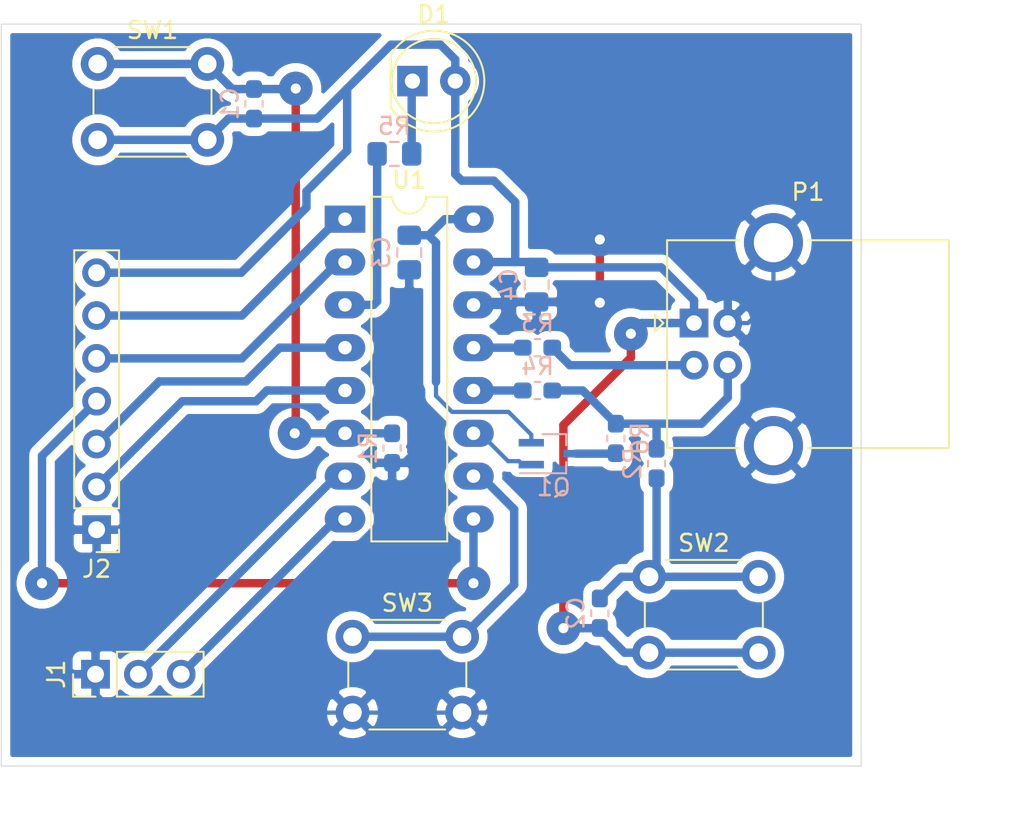
<source format=kicad_pcb>
(kicad_pcb (version 20171130) (host pcbnew "(6.0.0-rc1-dev-1613-ga55d9819b)")

  (general
    (thickness 1.6)
    (drawings 12)
    (tracks 163)
    (zones 0)
    (modules 19)
    (nets 22)
  )

  (page A4)
  (layers
    (0 F.Cu jumper)
    (31 B.Cu signal)
    (33 F.Adhes user)
    (35 F.Paste user)
    (36 B.SilkS user)
    (37 F.SilkS user)
    (39 F.Mask user)
    (40 Dwgs.User user)
    (41 Cmts.User user)
    (42 Eco1.User user)
    (43 Eco2.User user)
    (44 Edge.Cuts user)
    (45 Margin user)
    (46 B.CrtYd user)
    (47 F.CrtYd user)
    (49 F.Fab user)
  )

  (setup
    (last_trace_width 0.5)
    (user_trace_width 0.25)
    (user_trace_width 0.5)
    (user_trace_width 1)
    (trace_clearance 0.2)
    (zone_clearance 0.508)
    (zone_45_only no)
    (trace_min 0.2)
    (via_size 2)
    (via_drill 0.6)
    (via_min_size 0.4)
    (via_min_drill 0.3)
    (user_via 2 0.6)
    (user_via 2.5 0.8)
    (uvia_size 0.3)
    (uvia_drill 0.1)
    (uvias_allowed no)
    (uvia_min_size 0.2)
    (uvia_min_drill 0.1)
    (edge_width 0.05)
    (segment_width 0.2)
    (pcb_text_width 0.3)
    (pcb_text_size 1.5 1.5)
    (mod_edge_width 0.12)
    (mod_text_size 1 1)
    (mod_text_width 0.15)
    (pad_size 1.524 1.524)
    (pad_drill 0.762)
    (pad_to_mask_clearance 0.051)
    (solder_mask_min_width 0.25)
    (aux_axis_origin 0 0)
    (visible_elements FFFFFF7F)
    (pcbplotparams
      (layerselection 0x00010_7ffffffe)
      (usegerberextensions false)
      (usegerberattributes false)
      (usegerberadvancedattributes false)
      (creategerberjobfile false)
      (excludeedgelayer false)
      (linewidth 0.100000)
      (plotframeref false)
      (viasonmask false)
      (mode 1)
      (useauxorigin false)
      (hpglpennumber 1)
      (hpglpenspeed 20)
      (hpglpendiameter 15.000000)
      (psnegative false)
      (psa4output false)
      (plotreference true)
      (plotvalue true)
      (plotinvisibletext false)
      (padsonsilk false)
      (subtractmaskfromsilk false)
      (outputformat 5)
      (mirror true)
      (drillshape 2)
      (scaleselection 1)
      (outputdirectory ""))
  )

  (net 0 "")
  (net 1 +5V)
  (net 2 /RST)
  (net 3 "Net-(C2-Pad1)")
  (net 4 /V33)
  (net 5 GND)
  (net 6 "Net-(D1-Pad1)")
  (net 7 /Txd)
  (net 8 /Rxd)
  (net 9 /Touch1)
  (net 10 /Touch0)
  (net 11 /CAP2)
  (net 12 /CAP1)
  (net 13 /AIN)
  (net 14 "Net-(P1-Pad2)")
  (net 15 /UDP_PU)
  (net 16 "Net-(Q1-Pad3)")
  (net 17 /UDP)
  (net 18 /UDM)
  (net 19 /LED_PWM)
  (net 20 /BTN)
  (net 21 /UDPbt)

  (net_class Default "This is the default net class."
    (clearance 0.2)
    (trace_width 0.25)
    (via_dia 2)
    (via_drill 0.6)
    (uvia_dia 0.3)
    (uvia_drill 0.1)
    (add_net +5V)
    (add_net /AIN)
    (add_net /BTN)
    (add_net /CAP1)
    (add_net /CAP2)
    (add_net /LED_PWM)
    (add_net /RST)
    (add_net /Rxd)
    (add_net /Touch0)
    (add_net /Touch1)
    (add_net /Txd)
    (add_net /UDM)
    (add_net /UDP)
    (add_net /UDP_PU)
    (add_net /UDPbt)
    (add_net /V33)
    (add_net GND)
    (add_net "Net-(C2-Pad1)")
    (add_net "Net-(D1-Pad1)")
    (add_net "Net-(P1-Pad2)")
    (add_net "Net-(Q1-Pad3)")
  )

  (module Capacitor_SMD:C_0603_1608Metric_Pad1.05x0.95mm_HandSolder (layer B.Cu) (tedit 5B301BBE) (tstamp 5CE6CBC3)
    (at 102.489 45.226 270)
    (descr "Capacitor SMD 0603 (1608 Metric), square (rectangular) end terminal, IPC_7351 nominal with elongated pad for handsoldering. (Body size source: http://www.tortai-tech.com/upload/download/2011102023233369053.pdf), generated with kicad-footprint-generator")
    (tags "capacitor handsolder")
    (path /5CEA1EE1)
    (attr smd)
    (fp_text reference C1 (at 0 1.43 270) (layer B.SilkS)
      (effects (font (size 1 1) (thickness 0.15)) (justify mirror))
    )
    (fp_text value 0.1 (at 0 -1.43 270) (layer B.Fab)
      (effects (font (size 1 1) (thickness 0.15)) (justify mirror))
    )
    (fp_text user %R (at 0 0 270) (layer B.Fab)
      (effects (font (size 0.4 0.4) (thickness 0.06)) (justify mirror))
    )
    (fp_line (start 1.65 -0.73) (end -1.65 -0.73) (layer B.CrtYd) (width 0.05))
    (fp_line (start 1.65 0.73) (end 1.65 -0.73) (layer B.CrtYd) (width 0.05))
    (fp_line (start -1.65 0.73) (end 1.65 0.73) (layer B.CrtYd) (width 0.05))
    (fp_line (start -1.65 -0.73) (end -1.65 0.73) (layer B.CrtYd) (width 0.05))
    (fp_line (start -0.171267 -0.51) (end 0.171267 -0.51) (layer B.SilkS) (width 0.12))
    (fp_line (start -0.171267 0.51) (end 0.171267 0.51) (layer B.SilkS) (width 0.12))
    (fp_line (start 0.8 -0.4) (end -0.8 -0.4) (layer B.Fab) (width 0.1))
    (fp_line (start 0.8 0.4) (end 0.8 -0.4) (layer B.Fab) (width 0.1))
    (fp_line (start -0.8 0.4) (end 0.8 0.4) (layer B.Fab) (width 0.1))
    (fp_line (start -0.8 -0.4) (end -0.8 0.4) (layer B.Fab) (width 0.1))
    (pad 2 smd roundrect (at 0.875 0 270) (size 1.05 0.95) (layers B.Cu B.Paste B.Mask) (roundrect_rratio 0.25)
      (net 1 +5V))
    (pad 1 smd roundrect (at -0.875 0 270) (size 1.05 0.95) (layers B.Cu B.Paste B.Mask) (roundrect_rratio 0.25)
      (net 2 /RST))
    (model ${KISYS3DMOD}/Capacitor_SMD.3dshapes/C_0603_1608Metric.wrl
      (at (xyz 0 0 0))
      (scale (xyz 1 1 1))
      (rotate (xyz 0 0 0))
    )
  )

  (module Capacitor_SMD:C_0603_1608Metric_Pad1.05x0.95mm_HandSolder (layer B.Cu) (tedit 5B301BBE) (tstamp 5CE6C20B)
    (at 122.9995 75.438 270)
    (descr "Capacitor SMD 0603 (1608 Metric), square (rectangular) end terminal, IPC_7351 nominal with elongated pad for handsoldering. (Body size source: http://www.tortai-tech.com/upload/download/2011102023233369053.pdf), generated with kicad-footprint-generator")
    (tags "capacitor handsolder")
    (path /5CEA4ED0)
    (attr smd)
    (fp_text reference C2 (at 0 1.43 270) (layer B.SilkS)
      (effects (font (size 1 1) (thickness 0.15)) (justify mirror))
    )
    (fp_text value 0.1 (at 0 -1.43 270) (layer B.Fab)
      (effects (font (size 1 1) (thickness 0.15)) (justify mirror))
    )
    (fp_line (start -0.8 -0.4) (end -0.8 0.4) (layer B.Fab) (width 0.1))
    (fp_line (start -0.8 0.4) (end 0.8 0.4) (layer B.Fab) (width 0.1))
    (fp_line (start 0.8 0.4) (end 0.8 -0.4) (layer B.Fab) (width 0.1))
    (fp_line (start 0.8 -0.4) (end -0.8 -0.4) (layer B.Fab) (width 0.1))
    (fp_line (start -0.171267 0.51) (end 0.171267 0.51) (layer B.SilkS) (width 0.12))
    (fp_line (start -0.171267 -0.51) (end 0.171267 -0.51) (layer B.SilkS) (width 0.12))
    (fp_line (start -1.65 -0.73) (end -1.65 0.73) (layer B.CrtYd) (width 0.05))
    (fp_line (start -1.65 0.73) (end 1.65 0.73) (layer B.CrtYd) (width 0.05))
    (fp_line (start 1.65 0.73) (end 1.65 -0.73) (layer B.CrtYd) (width 0.05))
    (fp_line (start 1.65 -0.73) (end -1.65 -0.73) (layer B.CrtYd) (width 0.05))
    (fp_text user %R (at 0 0 270) (layer B.Fab)
      (effects (font (size 0.4 0.4) (thickness 0.06)) (justify mirror))
    )
    (pad 1 smd roundrect (at -0.875 0 270) (size 1.05 0.95) (layers B.Cu B.Paste B.Mask) (roundrect_rratio 0.25)
      (net 3 "Net-(C2-Pad1)"))
    (pad 2 smd roundrect (at 0.875 0 270) (size 1.05 0.95) (layers B.Cu B.Paste B.Mask) (roundrect_rratio 0.25)
      (net 1 +5V))
    (model ${KISYS3DMOD}/Capacitor_SMD.3dshapes/C_0603_1608Metric.wrl
      (at (xyz 0 0 0))
      (scale (xyz 1 1 1))
      (rotate (xyz 0 0 0))
    )
  )

  (module Capacitor_SMD:C_0805_2012Metric_Pad1.15x1.40mm_HandSolder (layer B.Cu) (tedit 5B36C52B) (tstamp 5CE6BA63)
    (at 111.6965 54.0475 270)
    (descr "Capacitor SMD 0805 (2012 Metric), square (rectangular) end terminal, IPC_7351 nominal with elongated pad for handsoldering. (Body size source: https://docs.google.com/spreadsheets/d/1BsfQQcO9C6DZCsRaXUlFlo91Tg2WpOkGARC1WS5S8t0/edit?usp=sharing), generated with kicad-footprint-generator")
    (tags "capacitor handsolder")
    (path /5CEAC767)
    (attr smd)
    (fp_text reference C3 (at 0 1.65 270) (layer B.SilkS)
      (effects (font (size 1 1) (thickness 0.15)) (justify mirror))
    )
    (fp_text value 0.1 (at 0 -1.65 270) (layer B.Fab)
      (effects (font (size 1 1) (thickness 0.15)) (justify mirror))
    )
    (fp_line (start -1 -0.6) (end -1 0.6) (layer B.Fab) (width 0.1))
    (fp_line (start -1 0.6) (end 1 0.6) (layer B.Fab) (width 0.1))
    (fp_line (start 1 0.6) (end 1 -0.6) (layer B.Fab) (width 0.1))
    (fp_line (start 1 -0.6) (end -1 -0.6) (layer B.Fab) (width 0.1))
    (fp_line (start -0.261252 0.71) (end 0.261252 0.71) (layer B.SilkS) (width 0.12))
    (fp_line (start -0.261252 -0.71) (end 0.261252 -0.71) (layer B.SilkS) (width 0.12))
    (fp_line (start -1.85 -0.95) (end -1.85 0.95) (layer B.CrtYd) (width 0.05))
    (fp_line (start -1.85 0.95) (end 1.85 0.95) (layer B.CrtYd) (width 0.05))
    (fp_line (start 1.85 0.95) (end 1.85 -0.95) (layer B.CrtYd) (width 0.05))
    (fp_line (start 1.85 -0.95) (end -1.85 -0.95) (layer B.CrtYd) (width 0.05))
    (fp_text user %R (at 0 0 270) (layer B.Fab)
      (effects (font (size 0.5 0.5) (thickness 0.08)) (justify mirror))
    )
    (pad 1 smd roundrect (at -1.025 0 270) (size 1.15 1.4) (layers B.Cu B.Paste B.Mask) (roundrect_rratio 0.217391)
      (net 4 /V33))
    (pad 2 smd roundrect (at 1.025 0 270) (size 1.15 1.4) (layers B.Cu B.Paste B.Mask) (roundrect_rratio 0.217391)
      (net 5 GND))
    (model ${KISYS3DMOD}/Capacitor_SMD.3dshapes/C_0805_2012Metric.wrl
      (at (xyz 0 0 0))
      (scale (xyz 1 1 1))
      (rotate (xyz 0 0 0))
    )
  )

  (module Capacitor_SMD:C_0805_2012Metric_Pad1.15x1.40mm_HandSolder (layer B.Cu) (tedit 5B36C52B) (tstamp 5CE6BC0F)
    (at 119.253 55.9525 270)
    (descr "Capacitor SMD 0805 (2012 Metric), square (rectangular) end terminal, IPC_7351 nominal with elongated pad for handsoldering. (Body size source: https://docs.google.com/spreadsheets/d/1BsfQQcO9C6DZCsRaXUlFlo91Tg2WpOkGARC1WS5S8t0/edit?usp=sharing), generated with kicad-footprint-generator")
    (tags "capacitor handsolder")
    (path /5CEACBFB)
    (attr smd)
    (fp_text reference C4 (at 0 1.65 270) (layer B.SilkS)
      (effects (font (size 1 1) (thickness 0.15)) (justify mirror))
    )
    (fp_text value 0.1 (at 0 -1.65 270) (layer B.Fab)
      (effects (font (size 1 1) (thickness 0.15)) (justify mirror))
    )
    (fp_text user %R (at 0 0 270) (layer B.Fab)
      (effects (font (size 0.5 0.5) (thickness 0.08)) (justify mirror))
    )
    (fp_line (start 1.85 -0.95) (end -1.85 -0.95) (layer B.CrtYd) (width 0.05))
    (fp_line (start 1.85 0.95) (end 1.85 -0.95) (layer B.CrtYd) (width 0.05))
    (fp_line (start -1.85 0.95) (end 1.85 0.95) (layer B.CrtYd) (width 0.05))
    (fp_line (start -1.85 -0.95) (end -1.85 0.95) (layer B.CrtYd) (width 0.05))
    (fp_line (start -0.261252 -0.71) (end 0.261252 -0.71) (layer B.SilkS) (width 0.12))
    (fp_line (start -0.261252 0.71) (end 0.261252 0.71) (layer B.SilkS) (width 0.12))
    (fp_line (start 1 -0.6) (end -1 -0.6) (layer B.Fab) (width 0.1))
    (fp_line (start 1 0.6) (end 1 -0.6) (layer B.Fab) (width 0.1))
    (fp_line (start -1 0.6) (end 1 0.6) (layer B.Fab) (width 0.1))
    (fp_line (start -1 -0.6) (end -1 0.6) (layer B.Fab) (width 0.1))
    (pad 2 smd roundrect (at 1.025 0 270) (size 1.15 1.4) (layers B.Cu B.Paste B.Mask) (roundrect_rratio 0.217391)
      (net 5 GND))
    (pad 1 smd roundrect (at -1.025 0 270) (size 1.15 1.4) (layers B.Cu B.Paste B.Mask) (roundrect_rratio 0.217391)
      (net 1 +5V))
    (model ${KISYS3DMOD}/Capacitor_SMD.3dshapes/C_0805_2012Metric.wrl
      (at (xyz 0 0 0))
      (scale (xyz 1 1 1))
      (rotate (xyz 0 0 0))
    )
  )

  (module LED_THT:LED_D5.0mm (layer F.Cu) (tedit 5995936A) (tstamp 5CE6AD12)
    (at 111.887 43.8785)
    (descr "LED, diameter 5.0mm, 2 pins, http://cdn-reichelt.de/documents/datenblatt/A500/LL-504BC2E-009.pdf")
    (tags "LED diameter 5.0mm 2 pins")
    (path /5CEB286A)
    (fp_text reference D1 (at 1.27 -3.96) (layer F.SilkS)
      (effects (font (size 1 1) (thickness 0.15)))
    )
    (fp_text value LED (at 1.27 3.96) (layer F.Fab)
      (effects (font (size 1 1) (thickness 0.15)))
    )
    (fp_arc (start 1.27 0) (end -1.23 -1.469694) (angle 299.1) (layer F.Fab) (width 0.1))
    (fp_arc (start 1.27 0) (end -1.29 -1.54483) (angle 148.9) (layer F.SilkS) (width 0.12))
    (fp_arc (start 1.27 0) (end -1.29 1.54483) (angle -148.9) (layer F.SilkS) (width 0.12))
    (fp_circle (center 1.27 0) (end 3.77 0) (layer F.Fab) (width 0.1))
    (fp_circle (center 1.27 0) (end 3.77 0) (layer F.SilkS) (width 0.12))
    (fp_line (start -1.23 -1.469694) (end -1.23 1.469694) (layer F.Fab) (width 0.1))
    (fp_line (start -1.29 -1.545) (end -1.29 1.545) (layer F.SilkS) (width 0.12))
    (fp_line (start -1.95 -3.25) (end -1.95 3.25) (layer F.CrtYd) (width 0.05))
    (fp_line (start -1.95 3.25) (end 4.5 3.25) (layer F.CrtYd) (width 0.05))
    (fp_line (start 4.5 3.25) (end 4.5 -3.25) (layer F.CrtYd) (width 0.05))
    (fp_line (start 4.5 -3.25) (end -1.95 -3.25) (layer F.CrtYd) (width 0.05))
    (fp_text user %R (at 1.25 0) (layer F.Fab)
      (effects (font (size 0.8 0.8) (thickness 0.2)))
    )
    (pad 1 thru_hole rect (at 0 0) (size 1.8 1.8) (drill 0.9) (layers *.Cu *.Mask)
      (net 6 "Net-(D1-Pad1)"))
    (pad 2 thru_hole circle (at 2.54 0) (size 1.8 1.8) (drill 0.9) (layers *.Cu *.Mask)
      (net 1 +5V))
    (model ${KISYS3DMOD}/LED_THT.3dshapes/LED_D5.0mm.wrl
      (at (xyz 0 0 0))
      (scale (xyz 1 1 1))
      (rotate (xyz 0 0 0))
    )
  )

  (module Connector_PinHeader_2.54mm:PinHeader_1x03_P2.54mm_Vertical (layer F.Cu) (tedit 59FED5CC) (tstamp 5CE6B8D6)
    (at 93.091 79.0575 90)
    (descr "Through hole straight pin header, 1x03, 2.54mm pitch, single row")
    (tags "Through hole pin header THT 1x03 2.54mm single row")
    (path /5CEBAA68)
    (fp_text reference J1 (at 0 -2.33 90) (layer F.SilkS)
      (effects (font (size 1 1) (thickness 0.15)))
    )
    (fp_text value USART0 (at 0 7.41 90) (layer F.Fab)
      (effects (font (size 1 1) (thickness 0.15)))
    )
    (fp_line (start -0.635 -1.27) (end 1.27 -1.27) (layer F.Fab) (width 0.1))
    (fp_line (start 1.27 -1.27) (end 1.27 6.35) (layer F.Fab) (width 0.1))
    (fp_line (start 1.27 6.35) (end -1.27 6.35) (layer F.Fab) (width 0.1))
    (fp_line (start -1.27 6.35) (end -1.27 -0.635) (layer F.Fab) (width 0.1))
    (fp_line (start -1.27 -0.635) (end -0.635 -1.27) (layer F.Fab) (width 0.1))
    (fp_line (start -1.33 6.41) (end 1.33 6.41) (layer F.SilkS) (width 0.12))
    (fp_line (start -1.33 1.27) (end -1.33 6.41) (layer F.SilkS) (width 0.12))
    (fp_line (start 1.33 1.27) (end 1.33 6.41) (layer F.SilkS) (width 0.12))
    (fp_line (start -1.33 1.27) (end 1.33 1.27) (layer F.SilkS) (width 0.12))
    (fp_line (start -1.33 0) (end -1.33 -1.33) (layer F.SilkS) (width 0.12))
    (fp_line (start -1.33 -1.33) (end 0 -1.33) (layer F.SilkS) (width 0.12))
    (fp_line (start -1.8 -1.8) (end -1.8 6.85) (layer F.CrtYd) (width 0.05))
    (fp_line (start -1.8 6.85) (end 1.8 6.85) (layer F.CrtYd) (width 0.05))
    (fp_line (start 1.8 6.85) (end 1.8 -1.8) (layer F.CrtYd) (width 0.05))
    (fp_line (start 1.8 -1.8) (end -1.8 -1.8) (layer F.CrtYd) (width 0.05))
    (fp_text user %R (at 0 2.54 180) (layer F.Fab)
      (effects (font (size 1 1) (thickness 0.15)))
    )
    (pad 1 thru_hole rect (at 0 0 90) (size 1.7 1.7) (drill 1) (layers *.Cu *.Mask)
      (net 5 GND))
    (pad 2 thru_hole oval (at 0 2.54 90) (size 1.7 1.7) (drill 1) (layers *.Cu *.Mask)
      (net 7 /Txd))
    (pad 3 thru_hole oval (at 0 5.08 90) (size 1.7 1.7) (drill 1) (layers *.Cu *.Mask)
      (net 8 /Rxd))
    (model ${KISYS3DMOD}/Connector_PinHeader_2.54mm.3dshapes/PinHeader_1x03_P2.54mm_Vertical.wrl
      (at (xyz 0 0 0))
      (scale (xyz 1 1 1))
      (rotate (xyz 0 0 0))
    )
  )

  (module Connector_PinHeader_2.54mm:PinHeader_1x07_P2.54mm_Vertical (layer F.Cu) (tedit 59FED5CC) (tstamp 5CE6B3F3)
    (at 93.1545 70.485 180)
    (descr "Through hole straight pin header, 1x07, 2.54mm pitch, single row")
    (tags "Through hole pin header THT 1x07 2.54mm single row")
    (path /5CEB9FBC)
    (fp_text reference J2 (at 0 -2.33 180) (layer F.SilkS)
      (effects (font (size 1 1) (thickness 0.15)))
    )
    (fp_text value Ext (at 0 17.57 180) (layer F.Fab)
      (effects (font (size 1 1) (thickness 0.15)))
    )
    (fp_line (start -0.635 -1.27) (end 1.27 -1.27) (layer F.Fab) (width 0.1))
    (fp_line (start 1.27 -1.27) (end 1.27 16.51) (layer F.Fab) (width 0.1))
    (fp_line (start 1.27 16.51) (end -1.27 16.51) (layer F.Fab) (width 0.1))
    (fp_line (start -1.27 16.51) (end -1.27 -0.635) (layer F.Fab) (width 0.1))
    (fp_line (start -1.27 -0.635) (end -0.635 -1.27) (layer F.Fab) (width 0.1))
    (fp_line (start -1.33 16.57) (end 1.33 16.57) (layer F.SilkS) (width 0.12))
    (fp_line (start -1.33 1.27) (end -1.33 16.57) (layer F.SilkS) (width 0.12))
    (fp_line (start 1.33 1.27) (end 1.33 16.57) (layer F.SilkS) (width 0.12))
    (fp_line (start -1.33 1.27) (end 1.33 1.27) (layer F.SilkS) (width 0.12))
    (fp_line (start -1.33 0) (end -1.33 -1.33) (layer F.SilkS) (width 0.12))
    (fp_line (start -1.33 -1.33) (end 0 -1.33) (layer F.SilkS) (width 0.12))
    (fp_line (start -1.8 -1.8) (end -1.8 17.05) (layer F.CrtYd) (width 0.05))
    (fp_line (start -1.8 17.05) (end 1.8 17.05) (layer F.CrtYd) (width 0.05))
    (fp_line (start 1.8 17.05) (end 1.8 -1.8) (layer F.CrtYd) (width 0.05))
    (fp_line (start 1.8 -1.8) (end -1.8 -1.8) (layer F.CrtYd) (width 0.05))
    (fp_text user %R (at 0 7.62 270) (layer F.Fab)
      (effects (font (size 1 1) (thickness 0.15)))
    )
    (pad 1 thru_hole rect (at 0 0 180) (size 1.7 1.7) (drill 1) (layers *.Cu *.Mask)
      (net 5 GND))
    (pad 2 thru_hole oval (at 0 2.54 180) (size 1.7 1.7) (drill 1) (layers *.Cu *.Mask)
      (net 9 /Touch1))
    (pad 3 thru_hole oval (at 0 5.08 180) (size 1.7 1.7) (drill 1) (layers *.Cu *.Mask)
      (net 10 /Touch0))
    (pad 4 thru_hole oval (at 0 7.62 180) (size 1.7 1.7) (drill 1) (layers *.Cu *.Mask)
      (net 11 /CAP2))
    (pad 5 thru_hole oval (at 0 10.16 180) (size 1.7 1.7) (drill 1) (layers *.Cu *.Mask)
      (net 12 /CAP1))
    (pad 6 thru_hole oval (at 0 12.7 180) (size 1.7 1.7) (drill 1) (layers *.Cu *.Mask)
      (net 13 /AIN))
    (pad 7 thru_hole oval (at 0 15.24 180) (size 1.7 1.7) (drill 1) (layers *.Cu *.Mask)
      (net 1 +5V))
    (model ${KISYS3DMOD}/Connector_PinHeader_2.54mm.3dshapes/PinHeader_1x07_P2.54mm_Vertical.wrl
      (at (xyz 0 0 0))
      (scale (xyz 1 1 1))
      (rotate (xyz 0 0 0))
    )
  )

  (module Connectors_USB:USB_B_OST_USB-B1HSxx_Horizontal (layer F.Cu) (tedit 5AFE01FF) (tstamp 5CE6B4E5)
    (at 128.5875 58.2295)
    (descr "USB B receptacle, Horizontal, through-hole, http://www.on-shore.com/wp-content/uploads/2015/09/usb-b1hsxx.pdf")
    (tags "USB-B receptacle horizontal through-hole")
    (path /5CE6FB96)
    (fp_text reference P1 (at 6.76 -7.77) (layer F.SilkS)
      (effects (font (size 1 1) (thickness 0.15)))
    )
    (fp_text value USB_B (at 6.76 10.27) (layer F.Fab)
      (effects (font (size 1 1) (thickness 0.15)))
    )
    (fp_line (start -0.49 -4.8) (end 15.01 -4.8) (layer F.Fab) (width 0.1))
    (fp_line (start 15.01 -4.8) (end 15.01 7.3) (layer F.Fab) (width 0.1))
    (fp_line (start 15.01 7.3) (end -1.49 7.3) (layer F.Fab) (width 0.1))
    (fp_line (start -1.49 7.3) (end -1.49 -3.8) (layer F.Fab) (width 0.1))
    (fp_line (start -1.49 -3.8) (end -0.49 -4.8) (layer F.Fab) (width 0.1))
    (fp_line (start 2.66 -4.91) (end -1.6 -4.91) (layer F.SilkS) (width 0.12))
    (fp_line (start -1.6 -4.91) (end -1.6 7.41) (layer F.SilkS) (width 0.12))
    (fp_line (start -1.6 7.41) (end 2.66 7.41) (layer F.SilkS) (width 0.12))
    (fp_line (start 6.76 -4.91) (end 15.12 -4.91) (layer F.SilkS) (width 0.12))
    (fp_line (start 15.12 -4.91) (end 15.12 7.41) (layer F.SilkS) (width 0.12))
    (fp_line (start 15.12 7.41) (end 6.76 7.41) (layer F.SilkS) (width 0.12))
    (fp_line (start -1.82 0) (end -2.32 -0.5) (layer F.SilkS) (width 0.12))
    (fp_line (start -2.32 -0.5) (end -2.32 0.5) (layer F.SilkS) (width 0.12))
    (fp_line (start -2.32 0.5) (end -1.82 0) (layer F.SilkS) (width 0.12))
    (fp_line (start -1.99 -7.02) (end -1.99 9.52) (layer F.CrtYd) (width 0.05))
    (fp_line (start -1.99 9.52) (end 15.51 9.52) (layer F.CrtYd) (width 0.05))
    (fp_line (start 15.51 9.52) (end 15.51 -7.02) (layer F.CrtYd) (width 0.05))
    (fp_line (start 15.51 -7.02) (end -1.99 -7.02) (layer F.CrtYd) (width 0.05))
    (fp_text user %R (at 6.76 1.25) (layer F.Fab)
      (effects (font (size 1 1) (thickness 0.15)))
    )
    (pad 1 thru_hole rect (at 0 0) (size 1.7 1.7) (drill 0.92) (layers *.Cu *.Mask)
      (net 1 +5V))
    (pad 2 thru_hole circle (at 0 2.5) (size 1.7 1.7) (drill 0.92) (layers *.Cu *.Mask)
      (net 14 "Net-(P1-Pad2)"))
    (pad 3 thru_hole circle (at 2 2.5) (size 1.7 1.7) (drill 0.92) (layers *.Cu *.Mask)
      (net 21 /UDPbt))
    (pad 4 thru_hole circle (at 2 0) (size 1.7 1.7) (drill 0.92) (layers *.Cu *.Mask)
      (net 5 GND))
    (pad 5 thru_hole circle (at 4.71 -4.77) (size 3.5 3.5) (drill 2.33) (layers *.Cu *.Mask)
      (net 5 GND))
    (pad 5 thru_hole circle (at 4.71 7.27) (size 3.5 3.5) (drill 2.33) (layers *.Cu *.Mask)
      (net 5 GND))
    (model ${KISYS3DMOD}/Connector_USB.3dshapes/USB_B_OST_USB-B1HSxx_Horizontal.wrl
      (at (xyz 0 0 0))
      (scale (xyz 1 1 1))
      (rotate (xyz 0 0 0))
    )
  )

  (module TO_SOT_Packages_SMD:SOT-323_SC-70_Handsoldering (layer B.Cu) (tedit 5A02FF57) (tstamp 5CE6C33B)
    (at 120.2655 65.9765)
    (descr "SOT-323, SC-70 Handsoldering")
    (tags "SOT-323 SC-70 Handsoldering")
    (path /5CE6FBF3)
    (attr smd)
    (fp_text reference Q1 (at 0 2) (layer B.SilkS)
      (effects (font (size 1 1) (thickness 0.15)) (justify mirror))
    )
    (fp_text value DTA114Y (at 0 -2.05) (layer B.Fab)
      (effects (font (size 1 1) (thickness 0.15)) (justify mirror))
    )
    (fp_text user %R (at 0 0 -90) (layer B.Fab)
      (effects (font (size 0.5 0.5) (thickness 0.075)) (justify mirror))
    )
    (fp_line (start 0.735 -0.5) (end 0.735 -1.16) (layer B.SilkS) (width 0.12))
    (fp_line (start 0.735 1.17) (end 0.735 0.5) (layer B.SilkS) (width 0.12))
    (fp_line (start 2.4 -1.3) (end -2.4 -1.3) (layer B.CrtYd) (width 0.05))
    (fp_line (start 2.4 1.3) (end 2.4 -1.3) (layer B.CrtYd) (width 0.05))
    (fp_line (start -2.4 1.3) (end 2.4 1.3) (layer B.CrtYd) (width 0.05))
    (fp_line (start -2.4 -1.3) (end -2.4 1.3) (layer B.CrtYd) (width 0.05))
    (fp_line (start 0.735 1.16) (end -2 1.16) (layer B.SilkS) (width 0.12))
    (fp_line (start -0.675 -1.16) (end 0.735 -1.16) (layer B.SilkS) (width 0.12))
    (fp_line (start 0.675 1.1) (end -0.175 1.1) (layer B.Fab) (width 0.1))
    (fp_line (start -0.675 0.6) (end -0.675 -1.1) (layer B.Fab) (width 0.1))
    (fp_line (start 0.675 1.1) (end 0.675 -1.1) (layer B.Fab) (width 0.1))
    (fp_line (start 0.675 -1.1) (end -0.675 -1.1) (layer B.Fab) (width 0.1))
    (fp_line (start -0.175 1.1) (end -0.675 0.6) (layer B.Fab) (width 0.1))
    (pad 1 smd rect (at -1.33 0.65 90) (size 0.45 1.5) (layers B.Cu B.Paste B.Mask)
      (net 15 /UDP_PU))
    (pad 2 smd rect (at -1.33 -0.65 90) (size 0.45 1.5) (layers B.Cu B.Paste B.Mask)
      (net 4 /V33))
    (pad 3 smd rect (at 1.33 0 90) (size 0.45 1.5) (layers B.Cu B.Paste B.Mask)
      (net 16 "Net-(Q1-Pad3)"))
    (model ${KISYS3DMOD}/Package_TO_SOT_SMD.3dshapes/SOT-323_SC-70.wrl
      (at (xyz 0 0 0))
      (scale (xyz 1 1 1))
      (rotate (xyz 0 0 0))
    )
  )

  (module Resistor_SMD:R_0603_1608Metric_Pad1.05x0.95mm_HandSolder (layer B.Cu) (tedit 5B301BBD) (tstamp 5CE6AD87)
    (at 110.6805 65.645 270)
    (descr "Resistor SMD 0603 (1608 Metric), square (rectangular) end terminal, IPC_7351 nominal with elongated pad for handsoldering. (Body size source: http://www.tortai-tech.com/upload/download/2011102023233369053.pdf), generated with kicad-footprint-generator")
    (tags "resistor handsolder")
    (path /5CEA1EDB)
    (attr smd)
    (fp_text reference R1 (at 0 1.43 270) (layer B.SilkS)
      (effects (font (size 1 1) (thickness 0.15)) (justify mirror))
    )
    (fp_text value 10k (at 0 -1.43 270) (layer B.Fab)
      (effects (font (size 1 1) (thickness 0.15)) (justify mirror))
    )
    (fp_text user %R (at 0 0 270) (layer F.Fab)
      (effects (font (size 0.4 0.4) (thickness 0.06)))
    )
    (fp_line (start 1.65 -0.73) (end -1.65 -0.73) (layer B.CrtYd) (width 0.05))
    (fp_line (start 1.65 0.73) (end 1.65 -0.73) (layer B.CrtYd) (width 0.05))
    (fp_line (start -1.65 0.73) (end 1.65 0.73) (layer B.CrtYd) (width 0.05))
    (fp_line (start -1.65 -0.73) (end -1.65 0.73) (layer B.CrtYd) (width 0.05))
    (fp_line (start -0.171267 -0.51) (end 0.171267 -0.51) (layer B.SilkS) (width 0.12))
    (fp_line (start -0.171267 0.51) (end 0.171267 0.51) (layer B.SilkS) (width 0.12))
    (fp_line (start 0.8 -0.4) (end -0.8 -0.4) (layer B.Fab) (width 0.1))
    (fp_line (start 0.8 0.4) (end 0.8 -0.4) (layer B.Fab) (width 0.1))
    (fp_line (start -0.8 0.4) (end 0.8 0.4) (layer B.Fab) (width 0.1))
    (fp_line (start -0.8 -0.4) (end -0.8 0.4) (layer B.Fab) (width 0.1))
    (pad 2 smd roundrect (at 0.875 0 270) (size 1.05 0.95) (layers B.Cu B.Paste B.Mask) (roundrect_rratio 0.25)
      (net 5 GND))
    (pad 1 smd roundrect (at -0.875 0 270) (size 1.05 0.95) (layers B.Cu B.Paste B.Mask) (roundrect_rratio 0.25)
      (net 2 /RST))
    (model ${KISYS3DMOD}/Resistor_SMD.3dshapes/R_0603_1608Metric.wrl
      (at (xyz 0 0 0))
      (scale (xyz 1 1 1))
      (rotate (xyz 0 0 0))
    )
  )

  (module Resistor_SMD:R_0603_1608Metric_Pad1.05x0.95mm_HandSolder (layer B.Cu) (tedit 5B301BBD) (tstamp 5CE6C621)
    (at 126.365 66.562 270)
    (descr "Resistor SMD 0603 (1608 Metric), square (rectangular) end terminal, IPC_7351 nominal with elongated pad for handsoldering. (Body size source: http://www.tortai-tech.com/upload/download/2011102023233369053.pdf), generated with kicad-footprint-generator")
    (tags "resistor handsolder")
    (path /5CEA4ECA)
    (attr smd)
    (fp_text reference R2 (at 0 1.43 270) (layer B.SilkS)
      (effects (font (size 1 1) (thickness 0.15)) (justify mirror))
    )
    (fp_text value 22k (at 0 -1.43 270) (layer B.Fab)
      (effects (font (size 1 1) (thickness 0.15)) (justify mirror))
    )
    (fp_line (start -0.8 -0.4) (end -0.8 0.4) (layer B.Fab) (width 0.1))
    (fp_line (start -0.8 0.4) (end 0.8 0.4) (layer B.Fab) (width 0.1))
    (fp_line (start 0.8 0.4) (end 0.8 -0.4) (layer B.Fab) (width 0.1))
    (fp_line (start 0.8 -0.4) (end -0.8 -0.4) (layer B.Fab) (width 0.1))
    (fp_line (start -0.171267 0.51) (end 0.171267 0.51) (layer B.SilkS) (width 0.12))
    (fp_line (start -0.171267 -0.51) (end 0.171267 -0.51) (layer B.SilkS) (width 0.12))
    (fp_line (start -1.65 -0.73) (end -1.65 0.73) (layer B.CrtYd) (width 0.05))
    (fp_line (start -1.65 0.73) (end 1.65 0.73) (layer B.CrtYd) (width 0.05))
    (fp_line (start 1.65 0.73) (end 1.65 -0.73) (layer B.CrtYd) (width 0.05))
    (fp_line (start 1.65 -0.73) (end -1.65 -0.73) (layer B.CrtYd) (width 0.05))
    (fp_text user %R (at 0 0 270) (layer B.Fab)
      (effects (font (size 0.4 0.4) (thickness 0.06)) (justify mirror))
    )
    (pad 1 smd roundrect (at -0.875 0 270) (size 1.05 0.95) (layers B.Cu B.Paste B.Mask) (roundrect_rratio 0.25)
      (net 21 /UDPbt))
    (pad 2 smd roundrect (at 0.875 0 270) (size 1.05 0.95) (layers B.Cu B.Paste B.Mask) (roundrect_rratio 0.25)
      (net 3 "Net-(C2-Pad1)"))
    (model ${KISYS3DMOD}/Resistor_SMD.3dshapes/R_0603_1608Metric.wrl
      (at (xyz 0 0 0))
      (scale (xyz 1 1 1))
      (rotate (xyz 0 0 0))
    )
  )

  (module Resistor_SMD:R_0603_1608Metric_Pad1.05x0.95mm_HandSolder (layer B.Cu) (tedit 5B301BBD) (tstamp 5CE6ADA9)
    (at 119.3025 59.69 180)
    (descr "Resistor SMD 0603 (1608 Metric), square (rectangular) end terminal, IPC_7351 nominal with elongated pad for handsoldering. (Body size source: http://www.tortai-tech.com/upload/download/2011102023233369053.pdf), generated with kicad-footprint-generator")
    (tags "resistor handsolder")
    (path /5CE6FBB4)
    (attr smd)
    (fp_text reference R3 (at 0 1.43 180) (layer B.SilkS)
      (effects (font (size 1 1) (thickness 0.15)) (justify mirror))
    )
    (fp_text value 22 (at 0 -1.43 180) (layer B.Fab)
      (effects (font (size 1 1) (thickness 0.15)) (justify mirror))
    )
    (fp_line (start -0.8 -0.4) (end -0.8 0.4) (layer B.Fab) (width 0.1))
    (fp_line (start -0.8 0.4) (end 0.8 0.4) (layer B.Fab) (width 0.1))
    (fp_line (start 0.8 0.4) (end 0.8 -0.4) (layer B.Fab) (width 0.1))
    (fp_line (start 0.8 -0.4) (end -0.8 -0.4) (layer B.Fab) (width 0.1))
    (fp_line (start -0.171267 0.51) (end 0.171267 0.51) (layer B.SilkS) (width 0.12))
    (fp_line (start -0.171267 -0.51) (end 0.171267 -0.51) (layer B.SilkS) (width 0.12))
    (fp_line (start -1.65 -0.73) (end -1.65 0.73) (layer B.CrtYd) (width 0.05))
    (fp_line (start -1.65 0.73) (end 1.65 0.73) (layer B.CrtYd) (width 0.05))
    (fp_line (start 1.65 0.73) (end 1.65 -0.73) (layer B.CrtYd) (width 0.05))
    (fp_line (start 1.65 -0.73) (end -1.65 -0.73) (layer B.CrtYd) (width 0.05))
    (fp_text user %R (at 0 0 180) (layer B.Fab)
      (effects (font (size 0.4 0.4) (thickness 0.06)) (justify mirror))
    )
    (pad 1 smd roundrect (at -0.875 0 180) (size 1.05 0.95) (layers B.Cu B.Paste B.Mask) (roundrect_rratio 0.25)
      (net 14 "Net-(P1-Pad2)"))
    (pad 2 smd roundrect (at 0.875 0 180) (size 1.05 0.95) (layers B.Cu B.Paste B.Mask) (roundrect_rratio 0.25)
      (net 18 /UDM))
    (model ${KISYS3DMOD}/Resistor_SMD.3dshapes/R_0603_1608Metric.wrl
      (at (xyz 0 0 0))
      (scale (xyz 1 1 1))
      (rotate (xyz 0 0 0))
    )
  )

  (module Resistor_SMD:R_0603_1608Metric_Pad1.05x0.95mm_HandSolder (layer B.Cu) (tedit 5B301BBD) (tstamp 5CE6ADBA)
    (at 119.3025 62.23 180)
    (descr "Resistor SMD 0603 (1608 Metric), square (rectangular) end terminal, IPC_7351 nominal with elongated pad for handsoldering. (Body size source: http://www.tortai-tech.com/upload/download/2011102023233369053.pdf), generated with kicad-footprint-generator")
    (tags "resistor handsolder")
    (path /5CE6FBBA)
    (attr smd)
    (fp_text reference R4 (at 0 1.43 180) (layer B.SilkS)
      (effects (font (size 1 1) (thickness 0.15)) (justify mirror))
    )
    (fp_text value 22 (at 0 -1.43 180) (layer B.Fab)
      (effects (font (size 1 1) (thickness 0.15)) (justify mirror))
    )
    (fp_text user %R (at 0 0 180) (layer B.Fab)
      (effects (font (size 0.4 0.4) (thickness 0.06)) (justify mirror))
    )
    (fp_line (start 1.65 -0.73) (end -1.65 -0.73) (layer B.CrtYd) (width 0.05))
    (fp_line (start 1.65 0.73) (end 1.65 -0.73) (layer B.CrtYd) (width 0.05))
    (fp_line (start -1.65 0.73) (end 1.65 0.73) (layer B.CrtYd) (width 0.05))
    (fp_line (start -1.65 -0.73) (end -1.65 0.73) (layer B.CrtYd) (width 0.05))
    (fp_line (start -0.171267 -0.51) (end 0.171267 -0.51) (layer B.SilkS) (width 0.12))
    (fp_line (start -0.171267 0.51) (end 0.171267 0.51) (layer B.SilkS) (width 0.12))
    (fp_line (start 0.8 -0.4) (end -0.8 -0.4) (layer B.Fab) (width 0.1))
    (fp_line (start 0.8 0.4) (end 0.8 -0.4) (layer B.Fab) (width 0.1))
    (fp_line (start -0.8 0.4) (end 0.8 0.4) (layer B.Fab) (width 0.1))
    (fp_line (start -0.8 -0.4) (end -0.8 0.4) (layer B.Fab) (width 0.1))
    (pad 2 smd roundrect (at 0.875 0 180) (size 1.05 0.95) (layers B.Cu B.Paste B.Mask) (roundrect_rratio 0.25)
      (net 17 /UDP))
    (pad 1 smd roundrect (at -0.875 0 180) (size 1.05 0.95) (layers B.Cu B.Paste B.Mask) (roundrect_rratio 0.25)
      (net 21 /UDPbt))
    (model ${KISYS3DMOD}/Resistor_SMD.3dshapes/R_0603_1608Metric.wrl
      (at (xyz 0 0 0))
      (scale (xyz 1 1 1))
      (rotate (xyz 0 0 0))
    )
  )

  (module Resistor_SMD:R_0805_2012Metric_Pad1.15x1.40mm_HandSolder (layer B.Cu) (tedit 5B36C52B) (tstamp 5CE6B960)
    (at 110.8165 48.1965 180)
    (descr "Resistor SMD 0805 (2012 Metric), square (rectangular) end terminal, IPC_7351 nominal with elongated pad for handsoldering. (Body size source: https://docs.google.com/spreadsheets/d/1BsfQQcO9C6DZCsRaXUlFlo91Tg2WpOkGARC1WS5S8t0/edit?usp=sharing), generated with kicad-footprint-generator")
    (tags "resistor handsolder")
    (path /5CEB287B)
    (attr smd)
    (fp_text reference R5 (at 0 1.65 180) (layer B.SilkS)
      (effects (font (size 1 1) (thickness 0.15)) (justify mirror))
    )
    (fp_text value 330 (at 0 -1.65 180) (layer B.Fab)
      (effects (font (size 1 1) (thickness 0.15)) (justify mirror))
    )
    (fp_line (start -1 -0.6) (end -1 0.6) (layer B.Fab) (width 0.1))
    (fp_line (start -1 0.6) (end 1 0.6) (layer B.Fab) (width 0.1))
    (fp_line (start 1 0.6) (end 1 -0.6) (layer B.Fab) (width 0.1))
    (fp_line (start 1 -0.6) (end -1 -0.6) (layer B.Fab) (width 0.1))
    (fp_line (start -0.261252 0.71) (end 0.261252 0.71) (layer B.SilkS) (width 0.12))
    (fp_line (start -0.261252 -0.71) (end 0.261252 -0.71) (layer B.SilkS) (width 0.12))
    (fp_line (start -1.85 -0.95) (end -1.85 0.95) (layer B.CrtYd) (width 0.05))
    (fp_line (start -1.85 0.95) (end 1.85 0.95) (layer B.CrtYd) (width 0.05))
    (fp_line (start 1.85 0.95) (end 1.85 -0.95) (layer B.CrtYd) (width 0.05))
    (fp_line (start 1.85 -0.95) (end -1.85 -0.95) (layer B.CrtYd) (width 0.05))
    (fp_text user %R (at 0 0 180) (layer B.Fab)
      (effects (font (size 0.5 0.5) (thickness 0.08)) (justify mirror))
    )
    (pad 1 smd roundrect (at -1.025 0 180) (size 1.15 1.4) (layers B.Cu B.Paste B.Mask) (roundrect_rratio 0.217391)
      (net 6 "Net-(D1-Pad1)"))
    (pad 2 smd roundrect (at 1.025 0 180) (size 1.15 1.4) (layers B.Cu B.Paste B.Mask) (roundrect_rratio 0.217391)
      (net 19 /LED_PWM))
    (model ${KISYS3DMOD}/Resistor_SMD.3dshapes/R_0805_2012Metric.wrl
      (at (xyz 0 0 0))
      (scale (xyz 1 1 1))
      (rotate (xyz 0 0 0))
    )
  )

  (module Resistor_SMD:R_0603_1608Metric_Pad1.05x0.95mm_HandSolder (layer B.Cu) (tedit 5B301BBD) (tstamp 5CE6C423)
    (at 123.952 65.0735 90)
    (descr "Resistor SMD 0603 (1608 Metric), square (rectangular) end terminal, IPC_7351 nominal with elongated pad for handsoldering. (Body size source: http://www.tortai-tech.com/upload/download/2011102023233369053.pdf), generated with kicad-footprint-generator")
    (tags "resistor handsolder")
    (path /5CE6FBED)
    (attr smd)
    (fp_text reference R6 (at 0 1.43 90) (layer B.SilkS)
      (effects (font (size 1 1) (thickness 0.15)) (justify mirror))
    )
    (fp_text value 1k5 (at 0 -1.43 90) (layer B.Fab)
      (effects (font (size 1 1) (thickness 0.15)) (justify mirror))
    )
    (fp_line (start -0.8 -0.4) (end -0.8 0.4) (layer B.Fab) (width 0.1))
    (fp_line (start -0.8 0.4) (end 0.8 0.4) (layer B.Fab) (width 0.1))
    (fp_line (start 0.8 0.4) (end 0.8 -0.4) (layer B.Fab) (width 0.1))
    (fp_line (start 0.8 -0.4) (end -0.8 -0.4) (layer B.Fab) (width 0.1))
    (fp_line (start -0.171267 0.51) (end 0.171267 0.51) (layer B.SilkS) (width 0.12))
    (fp_line (start -0.171267 -0.51) (end 0.171267 -0.51) (layer B.SilkS) (width 0.12))
    (fp_line (start -1.65 -0.73) (end -1.65 0.73) (layer B.CrtYd) (width 0.05))
    (fp_line (start -1.65 0.73) (end 1.65 0.73) (layer B.CrtYd) (width 0.05))
    (fp_line (start 1.65 0.73) (end 1.65 -0.73) (layer B.CrtYd) (width 0.05))
    (fp_line (start 1.65 -0.73) (end -1.65 -0.73) (layer B.CrtYd) (width 0.05))
    (fp_text user %R (at 0 0 90) (layer B.Fab)
      (effects (font (size 0.4 0.4) (thickness 0.06)) (justify mirror))
    )
    (pad 1 smd roundrect (at -0.875 0 90) (size 1.05 0.95) (layers B.Cu B.Paste B.Mask) (roundrect_rratio 0.25)
      (net 16 "Net-(Q1-Pad3)"))
    (pad 2 smd roundrect (at 0.875 0 90) (size 1.05 0.95) (layers B.Cu B.Paste B.Mask) (roundrect_rratio 0.25)
      (net 21 /UDPbt))
    (model ${KISYS3DMOD}/Resistor_SMD.3dshapes/R_0603_1608Metric.wrl
      (at (xyz 0 0 0))
      (scale (xyz 1 1 1))
      (rotate (xyz 0 0 0))
    )
  )

  (module Button_Switch_THT:SW_PUSH_6mm (layer F.Cu) (tedit 5A02FE31) (tstamp 5CE6CC01)
    (at 93.218 42.8625)
    (descr https://www.omron.com/ecb/products/pdf/en-b3f.pdf)
    (tags "tact sw push 6mm")
    (path /5CEA1EE7)
    (fp_text reference SW1 (at 3.25 -2) (layer F.SilkS)
      (effects (font (size 1 1) (thickness 0.15)))
    )
    (fp_text value Reset (at 3.75 6.7) (layer F.Fab)
      (effects (font (size 1 1) (thickness 0.15)))
    )
    (fp_text user %R (at 3.25 2.25) (layer F.Fab)
      (effects (font (size 1 1) (thickness 0.15)))
    )
    (fp_line (start 3.25 -0.75) (end 6.25 -0.75) (layer F.Fab) (width 0.1))
    (fp_line (start 6.25 -0.75) (end 6.25 5.25) (layer F.Fab) (width 0.1))
    (fp_line (start 6.25 5.25) (end 0.25 5.25) (layer F.Fab) (width 0.1))
    (fp_line (start 0.25 5.25) (end 0.25 -0.75) (layer F.Fab) (width 0.1))
    (fp_line (start 0.25 -0.75) (end 3.25 -0.75) (layer F.Fab) (width 0.1))
    (fp_line (start 7.75 6) (end 8 6) (layer F.CrtYd) (width 0.05))
    (fp_line (start 8 6) (end 8 5.75) (layer F.CrtYd) (width 0.05))
    (fp_line (start 7.75 -1.5) (end 8 -1.5) (layer F.CrtYd) (width 0.05))
    (fp_line (start 8 -1.5) (end 8 -1.25) (layer F.CrtYd) (width 0.05))
    (fp_line (start -1.5 -1.25) (end -1.5 -1.5) (layer F.CrtYd) (width 0.05))
    (fp_line (start -1.5 -1.5) (end -1.25 -1.5) (layer F.CrtYd) (width 0.05))
    (fp_line (start -1.5 5.75) (end -1.5 6) (layer F.CrtYd) (width 0.05))
    (fp_line (start -1.5 6) (end -1.25 6) (layer F.CrtYd) (width 0.05))
    (fp_line (start -1.25 -1.5) (end 7.75 -1.5) (layer F.CrtYd) (width 0.05))
    (fp_line (start -1.5 5.75) (end -1.5 -1.25) (layer F.CrtYd) (width 0.05))
    (fp_line (start 7.75 6) (end -1.25 6) (layer F.CrtYd) (width 0.05))
    (fp_line (start 8 -1.25) (end 8 5.75) (layer F.CrtYd) (width 0.05))
    (fp_line (start 1 5.5) (end 5.5 5.5) (layer F.SilkS) (width 0.12))
    (fp_line (start -0.25 1.5) (end -0.25 3) (layer F.SilkS) (width 0.12))
    (fp_line (start 5.5 -1) (end 1 -1) (layer F.SilkS) (width 0.12))
    (fp_line (start 6.75 3) (end 6.75 1.5) (layer F.SilkS) (width 0.12))
    (fp_circle (center 3.25 2.25) (end 1.25 2.5) (layer F.Fab) (width 0.1))
    (pad 2 thru_hole circle (at 0 4.5 90) (size 2 2) (drill 1.1) (layers *.Cu *.Mask)
      (net 1 +5V))
    (pad 1 thru_hole circle (at 0 0 90) (size 2 2) (drill 1.1) (layers *.Cu *.Mask)
      (net 2 /RST))
    (pad 2 thru_hole circle (at 6.5 4.5 90) (size 2 2) (drill 1.1) (layers *.Cu *.Mask)
      (net 1 +5V))
    (pad 1 thru_hole circle (at 6.5 0 90) (size 2 2) (drill 1.1) (layers *.Cu *.Mask)
      (net 2 /RST))
    (model ${KISYS3DMOD}/Button_Switch_THT.3dshapes/SW_PUSH_6mm.wrl
      (at (xyz 0 0 0))
      (scale (xyz 1 1 1))
      (rotate (xyz 0 0 0))
    )
  )

  (module Button_Switch_THT:SW_PUSH_6mm (layer F.Cu) (tedit 5A02FE31) (tstamp 5CE6C67E)
    (at 125.9205 73.279)
    (descr https://www.omron.com/ecb/products/pdf/en-b3f.pdf)
    (tags "tact sw push 6mm")
    (path /5CEA4ED6)
    (fp_text reference SW2 (at 3.25 -2) (layer F.SilkS)
      (effects (font (size 1 1) (thickness 0.15)))
    )
    (fp_text value Prog (at 3.75 6.7) (layer F.Fab)
      (effects (font (size 1 1) (thickness 0.15)))
    )
    (fp_text user %R (at 3.25 2.25) (layer F.Fab)
      (effects (font (size 1 1) (thickness 0.15)))
    )
    (fp_line (start 3.25 -0.75) (end 6.25 -0.75) (layer F.Fab) (width 0.1))
    (fp_line (start 6.25 -0.75) (end 6.25 5.25) (layer F.Fab) (width 0.1))
    (fp_line (start 6.25 5.25) (end 0.25 5.25) (layer F.Fab) (width 0.1))
    (fp_line (start 0.25 5.25) (end 0.25 -0.75) (layer F.Fab) (width 0.1))
    (fp_line (start 0.25 -0.75) (end 3.25 -0.75) (layer F.Fab) (width 0.1))
    (fp_line (start 7.75 6) (end 8 6) (layer F.CrtYd) (width 0.05))
    (fp_line (start 8 6) (end 8 5.75) (layer F.CrtYd) (width 0.05))
    (fp_line (start 7.75 -1.5) (end 8 -1.5) (layer F.CrtYd) (width 0.05))
    (fp_line (start 8 -1.5) (end 8 -1.25) (layer F.CrtYd) (width 0.05))
    (fp_line (start -1.5 -1.25) (end -1.5 -1.5) (layer F.CrtYd) (width 0.05))
    (fp_line (start -1.5 -1.5) (end -1.25 -1.5) (layer F.CrtYd) (width 0.05))
    (fp_line (start -1.5 5.75) (end -1.5 6) (layer F.CrtYd) (width 0.05))
    (fp_line (start -1.5 6) (end -1.25 6) (layer F.CrtYd) (width 0.05))
    (fp_line (start -1.25 -1.5) (end 7.75 -1.5) (layer F.CrtYd) (width 0.05))
    (fp_line (start -1.5 5.75) (end -1.5 -1.25) (layer F.CrtYd) (width 0.05))
    (fp_line (start 7.75 6) (end -1.25 6) (layer F.CrtYd) (width 0.05))
    (fp_line (start 8 -1.25) (end 8 5.75) (layer F.CrtYd) (width 0.05))
    (fp_line (start 1 5.5) (end 5.5 5.5) (layer F.SilkS) (width 0.12))
    (fp_line (start -0.25 1.5) (end -0.25 3) (layer F.SilkS) (width 0.12))
    (fp_line (start 5.5 -1) (end 1 -1) (layer F.SilkS) (width 0.12))
    (fp_line (start 6.75 3) (end 6.75 1.5) (layer F.SilkS) (width 0.12))
    (fp_circle (center 3.25 2.25) (end 1.25 2.5) (layer F.Fab) (width 0.1))
    (pad 2 thru_hole circle (at 0 4.5 90) (size 2 2) (drill 1.1) (layers *.Cu *.Mask)
      (net 1 +5V))
    (pad 1 thru_hole circle (at 0 0 90) (size 2 2) (drill 1.1) (layers *.Cu *.Mask)
      (net 3 "Net-(C2-Pad1)"))
    (pad 2 thru_hole circle (at 6.5 4.5 90) (size 2 2) (drill 1.1) (layers *.Cu *.Mask)
      (net 1 +5V))
    (pad 1 thru_hole circle (at 6.5 0 90) (size 2 2) (drill 1.1) (layers *.Cu *.Mask)
      (net 3 "Net-(C2-Pad1)"))
    (model ${KISYS3DMOD}/Button_Switch_THT.3dshapes/SW_PUSH_6mm.wrl
      (at (xyz 0 0 0))
      (scale (xyz 1 1 1))
      (rotate (xyz 0 0 0))
    )
  )

  (module Button_Switch_THT:SW_PUSH_6mm (layer F.Cu) (tedit 5A02FE31) (tstamp 5CE6C249)
    (at 108.331 76.835)
    (descr https://www.omron.com/ecb/products/pdf/en-b3f.pdf)
    (tags "tact sw push 6mm")
    (path /5CEAFBD2)
    (fp_text reference SW3 (at 3.25 -2) (layer F.SilkS)
      (effects (font (size 1 1) (thickness 0.15)))
    )
    (fp_text value Button (at 3.75 6.7) (layer F.Fab)
      (effects (font (size 1 1) (thickness 0.15)))
    )
    (fp_circle (center 3.25 2.25) (end 1.25 2.5) (layer F.Fab) (width 0.1))
    (fp_line (start 6.75 3) (end 6.75 1.5) (layer F.SilkS) (width 0.12))
    (fp_line (start 5.5 -1) (end 1 -1) (layer F.SilkS) (width 0.12))
    (fp_line (start -0.25 1.5) (end -0.25 3) (layer F.SilkS) (width 0.12))
    (fp_line (start 1 5.5) (end 5.5 5.5) (layer F.SilkS) (width 0.12))
    (fp_line (start 8 -1.25) (end 8 5.75) (layer F.CrtYd) (width 0.05))
    (fp_line (start 7.75 6) (end -1.25 6) (layer F.CrtYd) (width 0.05))
    (fp_line (start -1.5 5.75) (end -1.5 -1.25) (layer F.CrtYd) (width 0.05))
    (fp_line (start -1.25 -1.5) (end 7.75 -1.5) (layer F.CrtYd) (width 0.05))
    (fp_line (start -1.5 6) (end -1.25 6) (layer F.CrtYd) (width 0.05))
    (fp_line (start -1.5 5.75) (end -1.5 6) (layer F.CrtYd) (width 0.05))
    (fp_line (start -1.5 -1.5) (end -1.25 -1.5) (layer F.CrtYd) (width 0.05))
    (fp_line (start -1.5 -1.25) (end -1.5 -1.5) (layer F.CrtYd) (width 0.05))
    (fp_line (start 8 -1.5) (end 8 -1.25) (layer F.CrtYd) (width 0.05))
    (fp_line (start 7.75 -1.5) (end 8 -1.5) (layer F.CrtYd) (width 0.05))
    (fp_line (start 8 6) (end 8 5.75) (layer F.CrtYd) (width 0.05))
    (fp_line (start 7.75 6) (end 8 6) (layer F.CrtYd) (width 0.05))
    (fp_line (start 0.25 -0.75) (end 3.25 -0.75) (layer F.Fab) (width 0.1))
    (fp_line (start 0.25 5.25) (end 0.25 -0.75) (layer F.Fab) (width 0.1))
    (fp_line (start 6.25 5.25) (end 0.25 5.25) (layer F.Fab) (width 0.1))
    (fp_line (start 6.25 -0.75) (end 6.25 5.25) (layer F.Fab) (width 0.1))
    (fp_line (start 3.25 -0.75) (end 6.25 -0.75) (layer F.Fab) (width 0.1))
    (fp_text user %R (at 3.25 2.25) (layer F.Fab)
      (effects (font (size 1 1) (thickness 0.15)))
    )
    (pad 1 thru_hole circle (at 6.5 0 90) (size 2 2) (drill 1.1) (layers *.Cu *.Mask)
      (net 20 /BTN))
    (pad 2 thru_hole circle (at 6.5 4.5 90) (size 2 2) (drill 1.1) (layers *.Cu *.Mask)
      (net 5 GND))
    (pad 1 thru_hole circle (at 0 0 90) (size 2 2) (drill 1.1) (layers *.Cu *.Mask)
      (net 20 /BTN))
    (pad 2 thru_hole circle (at 0 4.5 90) (size 2 2) (drill 1.1) (layers *.Cu *.Mask)
      (net 5 GND))
    (model ${KISYS3DMOD}/Button_Switch_THT.3dshapes/SW_PUSH_6mm.wrl
      (at (xyz 0 0 0))
      (scale (xyz 1 1 1))
      (rotate (xyz 0 0 0))
    )
  )

  (module Package_DIP:DIP-16_W7.62mm_LongPads (layer F.Cu) (tedit 5A02E8C5) (tstamp 5CE6AE5D)
    (at 107.8865 52.07)
    (descr "16-lead though-hole mounted DIP package, row spacing 7.62 mm (300 mils), LongPads")
    (tags "THT DIP DIL PDIP 2.54mm 7.62mm 300mil LongPads")
    (path /5CE654F8)
    (fp_text reference U1 (at 3.81 -2.33) (layer F.SilkS)
      (effects (font (size 1 1) (thickness 0.15)))
    )
    (fp_text value CH552G (at 3.81 20.11) (layer F.Fab)
      (effects (font (size 1 1) (thickness 0.15)))
    )
    (fp_arc (start 3.81 -1.33) (end 2.81 -1.33) (angle -180) (layer F.SilkS) (width 0.12))
    (fp_line (start 1.635 -1.27) (end 6.985 -1.27) (layer F.Fab) (width 0.1))
    (fp_line (start 6.985 -1.27) (end 6.985 19.05) (layer F.Fab) (width 0.1))
    (fp_line (start 6.985 19.05) (end 0.635 19.05) (layer F.Fab) (width 0.1))
    (fp_line (start 0.635 19.05) (end 0.635 -0.27) (layer F.Fab) (width 0.1))
    (fp_line (start 0.635 -0.27) (end 1.635 -1.27) (layer F.Fab) (width 0.1))
    (fp_line (start 2.81 -1.33) (end 1.56 -1.33) (layer F.SilkS) (width 0.12))
    (fp_line (start 1.56 -1.33) (end 1.56 19.11) (layer F.SilkS) (width 0.12))
    (fp_line (start 1.56 19.11) (end 6.06 19.11) (layer F.SilkS) (width 0.12))
    (fp_line (start 6.06 19.11) (end 6.06 -1.33) (layer F.SilkS) (width 0.12))
    (fp_line (start 6.06 -1.33) (end 4.81 -1.33) (layer F.SilkS) (width 0.12))
    (fp_line (start -1.45 -1.55) (end -1.45 19.3) (layer F.CrtYd) (width 0.05))
    (fp_line (start -1.45 19.3) (end 9.1 19.3) (layer F.CrtYd) (width 0.05))
    (fp_line (start 9.1 19.3) (end 9.1 -1.55) (layer F.CrtYd) (width 0.05))
    (fp_line (start 9.1 -1.55) (end -1.45 -1.55) (layer F.CrtYd) (width 0.05))
    (fp_text user %R (at 3.81 8.89) (layer F.Fab)
      (effects (font (size 1 1) (thickness 0.15)))
    )
    (pad 1 thru_hole rect (at 0 0) (size 2.4 1.6) (drill 0.8) (layers *.Cu *.Mask)
      (net 13 /AIN))
    (pad 9 thru_hole oval (at 7.62 17.78) (size 2.4 1.6) (drill 0.8) (layers *.Cu *.Mask)
      (net 11 /CAP2))
    (pad 2 thru_hole oval (at 0 2.54) (size 2.4 1.6) (drill 0.8) (layers *.Cu *.Mask)
      (net 12 /CAP1))
    (pad 10 thru_hole oval (at 7.62 15.24) (size 2.4 1.6) (drill 0.8) (layers *.Cu *.Mask)
      (net 20 /BTN))
    (pad 3 thru_hole oval (at 0 5.08) (size 2.4 1.6) (drill 0.8) (layers *.Cu *.Mask)
      (net 19 /LED_PWM))
    (pad 11 thru_hole oval (at 7.62 12.7) (size 2.4 1.6) (drill 0.8) (layers *.Cu *.Mask)
      (net 15 /UDP_PU))
    (pad 4 thru_hole oval (at 0 7.62) (size 2.4 1.6) (drill 0.8) (layers *.Cu *.Mask)
      (net 10 /Touch0))
    (pad 12 thru_hole oval (at 7.62 10.16) (size 2.4 1.6) (drill 0.8) (layers *.Cu *.Mask)
      (net 17 /UDP))
    (pad 5 thru_hole oval (at 0 10.16) (size 2.4 1.6) (drill 0.8) (layers *.Cu *.Mask)
      (net 9 /Touch1))
    (pad 13 thru_hole oval (at 7.62 7.62) (size 2.4 1.6) (drill 0.8) (layers *.Cu *.Mask)
      (net 18 /UDM))
    (pad 6 thru_hole oval (at 0 12.7) (size 2.4 1.6) (drill 0.8) (layers *.Cu *.Mask)
      (net 2 /RST))
    (pad 14 thru_hole oval (at 7.62 5.08) (size 2.4 1.6) (drill 0.8) (layers *.Cu *.Mask)
      (net 5 GND))
    (pad 7 thru_hole oval (at 0 15.24) (size 2.4 1.6) (drill 0.8) (layers *.Cu *.Mask)
      (net 7 /Txd))
    (pad 15 thru_hole oval (at 7.62 2.54) (size 2.4 1.6) (drill 0.8) (layers *.Cu *.Mask)
      (net 1 +5V))
    (pad 8 thru_hole oval (at 0 17.78) (size 2.4 1.6) (drill 0.8) (layers *.Cu *.Mask)
      (net 8 /Rxd))
    (pad 16 thru_hole oval (at 7.62 0) (size 2.4 1.6) (drill 0.8) (layers *.Cu *.Mask)
      (net 4 /V33))
    (model ${KISYS3DMOD}/Package_DIP.3dshapes/DIP-16_W7.62mm.wrl
      (at (xyz 0 0 0))
      (scale (xyz 1 1 1))
      (rotate (xyz 0 0 0))
    )
  )

  (dimension 44 (width 0.15) (layer Dwgs.User)
    (gr_text "44.000 mm" (at 146.8 62.5 90) (layer Dwgs.User)
      (effects (font (size 1 1) (thickness 0.15)))
    )
    (feature1 (pts (xy 138.5 40.5) (xy 146.086421 40.5)))
    (feature2 (pts (xy 138.5 84.5) (xy 146.086421 84.5)))
    (crossbar (pts (xy 145.5 84.5) (xy 145.5 40.5)))
    (arrow1a (pts (xy 145.5 40.5) (xy 146.086421 41.626504)))
    (arrow1b (pts (xy 145.5 40.5) (xy 144.913579 41.626504)))
    (arrow2a (pts (xy 145.5 84.5) (xy 146.086421 83.373496)))
    (arrow2b (pts (xy 145.5 84.5) (xy 144.913579 83.373496)))
  )
  (dimension 51 (width 0.15) (layer Dwgs.User)
    (gr_text "51.000 mm" (at 113 89.3) (layer Dwgs.User)
      (effects (font (size 1 1) (thickness 0.15)))
    )
    (feature1 (pts (xy 138.5 84.5) (xy 138.5 88.586421)))
    (feature2 (pts (xy 87.5 84.5) (xy 87.5 88.586421)))
    (crossbar (pts (xy 87.5 88) (xy 138.5 88)))
    (arrow1a (pts (xy 138.5 88) (xy 137.373496 88.586421)))
    (arrow1b (pts (xy 138.5 88) (xy 137.373496 87.413579)))
    (arrow2a (pts (xy 87.5 88) (xy 88.626504 88.586421)))
    (arrow2b (pts (xy 87.5 88) (xy 88.626504 87.413579)))
  )
  (gr_line (start 87.5 84.5) (end 138.5 84.5) (layer Edge.Cuts) (width 0.05) (tstamp 5CE6CED4))
  (gr_line (start 87.5 40.5) (end 87.5 84.5) (layer Edge.Cuts) (width 0.05))
  (gr_line (start 138.5 40.5) (end 87.5 40.5) (layer Edge.Cuts) (width 0.05))
  (gr_line (start 138.5 84.5) (end 138.5 40.5) (layer Edge.Cuts) (width 0.05))
  (gr_line (start 105.918 46.96) (end 121.285 46.96) (layer Dwgs.User) (width 0.15))
  (gr_line (start 101.76 50.3555) (end 101.76 73.7235) (layer Dwgs.User) (width 0.15))
  (gr_line (start 105.918 74.96) (end 122.6185 74.96) (layer Dwgs.User) (width 0.15))
  (gr_line (start 121.76 50.3555) (end 121.76 74.4855) (layer Dwgs.User) (width 0.15))
  (gr_line (start 105.918 60.96) (end 117.4115 60.96) (layer Dwgs.User) (width 0.15))
  (gr_line (start 111.76 50.3555) (end 111.76 74.9935) (layer Dwgs.User) (width 0.15))

  (segment (start 128.5875 56.8795) (end 128.5875 58.2295) (width 0.5) (layer B.Cu) (net 1) (status 20))
  (segment (start 126.6355 54.9275) (end 128.5875 56.8795) (width 0.5) (layer B.Cu) (net 1))
  (segment (start 119.253 54.9275) (end 126.6355 54.9275) (width 0.5) (layer B.Cu) (net 1) (status 10))
  (segment (start 118.9355 54.61) (end 119.253 54.9275) (width 0.5) (layer B.Cu) (net 1) (status 30))
  (segment (start 127.334713 77.779) (end 132.4205 77.779) (width 0.5) (layer B.Cu) (net 1) (status 20))
  (segment (start 125.9205 77.779) (end 127.334713 77.779) (width 0.5) (layer B.Cu) (net 1) (status 10))
  (segment (start 124.4655 77.779) (end 122.9995 76.313) (width 0.5) (layer B.Cu) (net 1) (status 20))
  (segment (start 125.9205 77.779) (end 124.4655 77.779) (width 0.5) (layer B.Cu) (net 1) (status 10))
  (segment (start 114.427 43.8785) (end 114.427 49.403) (width 0.5) (layer B.Cu) (net 1) (status 10))
  (segment (start 114.427 49.403) (end 114.808 49.784) (width 0.5) (layer B.Cu) (net 1))
  (segment (start 114.808 49.784) (end 116.713 49.784) (width 0.5) (layer B.Cu) (net 1))
  (segment (start 116.713 49.784) (end 117.983 51.054) (width 0.5) (layer B.Cu) (net 1))
  (segment (start 117.983 51.054) (end 117.983 54.61) (width 0.5) (layer B.Cu) (net 1))
  (segment (start 115.5065 54.61) (end 117.983 54.61) (width 0.5) (layer B.Cu) (net 1) (status 10))
  (segment (start 117.983 54.61) (end 118.9355 54.61) (width 0.5) (layer B.Cu) (net 1) (status 20))
  (segment (start 100.9795 46.101) (end 99.718 47.3625) (width 0.5) (layer B.Cu) (net 1) (status 20))
  (segment (start 102.489 46.101) (end 100.9795 46.101) (width 0.5) (layer B.Cu) (net 1) (status 10))
  (segment (start 93.218 47.3625) (end 99.718 47.3625) (width 0.5) (layer B.Cu) (net 1) (status 30))
  (segment (start 114.427 42.605708) (end 113.540792 41.7195) (width 0.5) (layer B.Cu) (net 1))
  (segment (start 114.427 43.8785) (end 114.427 42.605708) (width 0.5) (layer B.Cu) (net 1) (status 10))
  (segment (start 113.540792 41.7195) (end 110.617 41.7195) (width 0.5) (layer B.Cu) (net 1))
  (segment (start 106.2355 46.101) (end 102.489 46.101) (width 0.5) (layer B.Cu) (net 1) (status 20))
  (segment (start 128.5875 58.2295) (end 127.2375 58.2295) (width 0.5) (layer B.Cu) (net 1) (status 10))
  (via (at 124.841 58.8645) (size 2) (drill 0.6) (layers F.Cu B.Cu) (net 1))
  (segment (start 127.2375 58.2295) (end 125.476 58.2295) (width 0.5) (layer B.Cu) (net 1))
  (segment (start 125.476 58.2295) (end 124.841 58.8645) (width 0.5) (layer B.Cu) (net 1))
  (segment (start 124.841 58.8645) (end 124.841 60.278713) (width 0.5) (layer F.Cu) (net 1))
  (via (at 120.8405 76.327) (size 2) (drill 0.6) (layers F.Cu B.Cu) (net 1))
  (segment (start 124.841 60.278713) (end 120.8405 64.279213) (width 0.5) (layer F.Cu) (net 1))
  (segment (start 120.8405 64.279213) (end 120.8405 76.327) (width 0.5) (layer F.Cu) (net 1))
  (segment (start 122.9855 76.327) (end 122.9995 76.313) (width 0.5) (layer B.Cu) (net 1) (status 30))
  (segment (start 120.8405 76.327) (end 122.9855 76.327) (width 0.5) (layer B.Cu) (net 1) (status 20))
  (segment (start 93.1545 55.245) (end 101.727 55.245) (width 0.5) (layer B.Cu) (net 1) (status 10))
  (segment (start 101.727 55.245) (end 105.6005 51.3715) (width 0.5) (layer B.Cu) (net 1))
  (segment (start 105.6005 51.3715) (end 105.6005 50.419) (width 0.5) (layer B.Cu) (net 1))
  (segment (start 110.617 41.7195) (end 108.0135 44.323) (width 0.5) (layer B.Cu) (net 1))
  (segment (start 108.0135 48.006) (end 108.0135 44.323) (width 0.5) (layer B.Cu) (net 1))
  (segment (start 105.6005 50.419) (end 108.0135 48.006) (width 0.5) (layer B.Cu) (net 1))
  (segment (start 108.0135 44.323) (end 106.2355 46.101) (width 0.5) (layer B.Cu) (net 1))
  (segment (start 110.6805 64.77) (end 107.8865 64.77) (width 0.5) (layer B.Cu) (net 2) (status 30))
  (segment (start 93.218 42.8625) (end 99.718 42.8625) (width 0.5) (layer B.Cu) (net 2) (status 30))
  (segment (start 101.2065 44.351) (end 99.718 42.8625) (width 0.5) (layer B.Cu) (net 2) (status 20))
  (segment (start 102.489 44.351) (end 101.2065 44.351) (width 0.5) (layer B.Cu) (net 2) (status 10))
  (via (at 104.9655 44.323) (size 2) (drill 0.6) (layers F.Cu B.Cu) (net 2))
  (segment (start 102.489 44.351) (end 104.9375 44.351) (width 0.5) (layer B.Cu) (net 2) (status 10))
  (segment (start 104.9375 44.351) (end 104.9655 44.323) (width 0.5) (layer B.Cu) (net 2))
  (via (at 104.902 64.77) (size 2) (drill 0.6) (layers F.Cu B.Cu) (net 2))
  (segment (start 104.9655 44.323) (end 104.9655 64.7065) (width 0.5) (layer F.Cu) (net 2))
  (segment (start 104.9655 64.7065) (end 104.902 64.77) (width 0.5) (layer F.Cu) (net 2))
  (segment (start 104.902 64.77) (end 107.8865 64.77) (width 0.5) (layer B.Cu) (net 2) (status 20))
  (segment (start 126.365 72.8345) (end 125.9205 73.279) (width 0.5) (layer B.Cu) (net 3) (status 30))
  (segment (start 126.365 67.437) (end 126.365 72.8345) (width 0.5) (layer B.Cu) (net 3) (status 30))
  (segment (start 127.334713 73.279) (end 132.4205 73.279) (width 0.5) (layer B.Cu) (net 3) (status 20))
  (segment (start 125.9205 73.279) (end 127.334713 73.279) (width 0.5) (layer B.Cu) (net 3) (status 10))
  (segment (start 124.2835 73.279) (end 122.9995 74.563) (width 0.5) (layer B.Cu) (net 3) (status 20))
  (segment (start 125.9205 73.279) (end 124.2835 73.279) (width 0.5) (layer B.Cu) (net 3) (status 10))
  (segment (start 118.9355 64.8515) (end 117.584 63.5) (width 0.25) (layer B.Cu) (net 4))
  (segment (start 118.9355 65.3265) (end 118.9355 64.8515) (width 0.25) (layer B.Cu) (net 4) (status 10))
  (segment (start 117.584 63.5) (end 114.2365 63.5) (width 0.25) (layer B.Cu) (net 4))
  (segment (start 114.2365 63.5) (end 113.284 62.5475) (width 0.25) (layer B.Cu) (net 4))
  (segment (start 113.284 62.5475) (end 113.284 61.722) (width 0.25) (layer B.Cu) (net 4))
  (segment (start 113.284 61.722) (end 113.284 53.467) (width 0.5) (layer B.Cu) (net 4))
  (segment (start 112.8395 53.0225) (end 111.6965 53.0225) (width 0.5) (layer B.Cu) (net 4) (status 20))
  (segment (start 113.284 53.467) (end 112.8395 53.0225) (width 0.5) (layer B.Cu) (net 4))
  (segment (start 112.854 53.0225) (end 112.8395 53.0225) (width 0.5) (layer B.Cu) (net 4))
  (segment (start 113.8065 52.07) (end 112.854 53.0225) (width 0.5) (layer B.Cu) (net 4))
  (segment (start 115.5065 52.07) (end 113.8065 52.07) (width 0.5) (layer B.Cu) (net 4) (status 10))
  (segment (start 115.679 56.9775) (end 115.5065 57.15) (width 0.5) (layer B.Cu) (net 5) (status 30))
  (segment (start 119.253 56.9775) (end 115.679 56.9775) (width 0.5) (layer B.Cu) (net 5) (status 30))
  (via (at 122.9995 57.023) (size 2) (drill 0.6) (layers F.Cu B.Cu) (net 5))
  (segment (start 119.253 56.9775) (end 122.954 56.9775) (width 0.5) (layer B.Cu) (net 5) (status 10))
  (segment (start 122.954 56.9775) (end 122.9995 57.023) (width 0.5) (layer B.Cu) (net 5))
  (via (at 122.9995 53.2765) (size 2) (drill 0.6) (layers F.Cu B.Cu) (net 5))
  (segment (start 122.9995 57.023) (end 122.9995 53.2765) (width 0.5) (layer F.Cu) (net 5))
  (segment (start 122.9995 53.2765) (end 128.651 53.2765) (width 0.5) (layer B.Cu) (net 5))
  (segment (start 130.5875 55.213) (end 130.5875 58.2295) (width 0.5) (layer B.Cu) (net 5) (status 20))
  (segment (start 128.651 53.2765) (end 130.5875 55.213) (width 0.5) (layer B.Cu) (net 5))
  (segment (start 93.1545 78.994) (end 93.091 79.0575) (width 0.25) (layer B.Cu) (net 5) (status 30))
  (segment (start 93.1545 70.485) (end 93.1545 78.994) (width 0.25) (layer B.Cu) (net 5) (status 30))
  (segment (start 106.916787 81.335) (end 108.331 81.335) (width 0.25) (layer B.Cu) (net 5) (status 20))
  (segment (start 93.091 80.1575) (end 94.2685 81.335) (width 0.25) (layer B.Cu) (net 5))
  (segment (start 93.091 79.0575) (end 93.091 80.1575) (width 0.25) (layer B.Cu) (net 5) (status 10))
  (segment (start 109.745213 81.335) (end 114.831 81.335) (width 0.25) (layer B.Cu) (net 5) (status 20))
  (segment (start 108.331 81.335) (end 109.745213 81.335) (width 0.25) (layer B.Cu) (net 5) (status 10))
  (segment (start 105.2915 81.335) (end 105.2915 74.6675) (width 0.25) (layer B.Cu) (net 5))
  (segment (start 105.2915 81.335) (end 106.916787 81.335) (width 0.25) (layer B.Cu) (net 5))
  (segment (start 94.2685 81.335) (end 105.2915 81.335) (width 0.25) (layer B.Cu) (net 5))
  (segment (start 110.6805 69.2785) (end 110.6805 66.52) (width 0.25) (layer B.Cu) (net 5) (status 20))
  (segment (start 105.2915 74.6675) (end 110.6805 69.2785) (width 0.25) (layer B.Cu) (net 5))
  (segment (start 111.2555 66.52) (end 111.799 65.9765) (width 0.25) (layer B.Cu) (net 5))
  (segment (start 110.6805 66.52) (end 111.2555 66.52) (width 0.25) (layer B.Cu) (net 5) (status 10))
  (segment (start 111.6965 65.874) (end 111.6965 55.0725) (width 0.25) (layer B.Cu) (net 5) (status 20))
  (segment (start 111.799 65.9765) (end 111.6965 65.874) (width 0.25) (layer B.Cu) (net 5))
  (segment (start 133.2975 55.934373) (end 133.2975 53.4595) (width 0.25) (layer B.Cu) (net 5) (status 20))
  (segment (start 133.2975 56.721581) (end 133.2975 55.934373) (width 0.25) (layer B.Cu) (net 5))
  (segment (start 131.789581 58.2295) (end 133.2975 56.721581) (width 0.25) (layer B.Cu) (net 5))
  (segment (start 130.5875 58.2295) (end 131.789581 58.2295) (width 0.25) (layer B.Cu) (net 5) (status 10))
  (segment (start 135.047499 55.209499) (end 133.2975 53.4595) (width 0.25) (layer B.Cu) (net 5) (status 20))
  (segment (start 135.047499 63.749501) (end 135.047499 55.209499) (width 0.25) (layer B.Cu) (net 5))
  (segment (start 133.2975 65.4995) (end 135.047499 63.749501) (width 0.25) (layer B.Cu) (net 5) (status 10))
  (segment (start 116.245213 81.335) (end 116.427213 81.153) (width 0.25) (layer B.Cu) (net 5))
  (segment (start 114.831 81.335) (end 116.245213 81.335) (width 0.25) (layer B.Cu) (net 5) (status 10))
  (segment (start 131.007502 81.153) (end 131.833002 81.9785) (width 0.25) (layer B.Cu) (net 5))
  (segment (start 116.427213 81.153) (end 131.007502 81.153) (width 0.25) (layer B.Cu) (net 5))
  (segment (start 131.833002 81.9785) (end 133.096 81.9785) (width 0.25) (layer B.Cu) (net 5))
  (segment (start 133.096 81.9785) (end 136.271 78.8035) (width 0.25) (layer B.Cu) (net 5))
  (segment (start 136.271 68.473) (end 133.2975 65.4995) (width 0.25) (layer B.Cu) (net 5) (status 20))
  (segment (start 136.271 78.8035) (end 136.271 68.473) (width 0.25) (layer B.Cu) (net 5))
  (segment (start 111.8415 43.924) (end 111.887 43.8785) (width 0.5) (layer B.Cu) (net 6) (status 30))
  (segment (start 111.8415 48.1965) (end 111.8415 43.924) (width 0.5) (layer B.Cu) (net 6) (status 30))
  (segment (start 107.3785 67.31) (end 107.8865 67.31) (width 0.5) (layer B.Cu) (net 7) (status 30))
  (segment (start 95.631 79.0575) (end 107.3785 67.31) (width 0.5) (layer B.Cu) (net 7) (status 30))
  (segment (start 107.3785 69.85) (end 107.8865 69.85) (width 0.5) (layer B.Cu) (net 8) (status 30))
  (segment (start 98.171 79.0575) (end 107.3785 69.85) (width 0.5) (layer B.Cu) (net 8) (status 30))
  (segment (start 104.0765 62.23) (end 107.8865 62.23) (width 0.5) (layer B.Cu) (net 9) (status 20))
  (segment (start 93.1545 67.945) (end 98.2345 62.865) (width 0.5) (layer B.Cu) (net 9) (status 10))
  (segment (start 98.2345 62.865) (end 102.616 62.865) (width 0.5) (layer B.Cu) (net 9))
  (segment (start 103.251 62.23) (end 104.0765 62.23) (width 0.5) (layer B.Cu) (net 9))
  (segment (start 102.616 62.865) (end 103.251 62.23) (width 0.5) (layer B.Cu) (net 9))
  (segment (start 104.013 59.69) (end 107.8865 59.69) (width 0.5) (layer B.Cu) (net 10) (status 20))
  (segment (start 102.01275 61.69025) (end 104.013 59.69) (width 0.5) (layer B.Cu) (net 10))
  (segment (start 96.86925 61.69025) (end 102.01275 61.69025) (width 0.5) (layer B.Cu) (net 10))
  (segment (start 93.1545 65.405) (end 96.86925 61.69025) (width 0.5) (layer B.Cu) (net 10) (status 10))
  (via (at 115.5065 73.66) (size 2) (drill 0.6) (layers F.Cu B.Cu) (net 11))
  (segment (start 115.5065 69.85) (end 115.5065 73.66) (width 0.5) (layer B.Cu) (net 11) (status 10))
  (via (at 89.916 73.66) (size 2) (drill 0.6) (layers F.Cu B.Cu) (net 11))
  (segment (start 115.5065 73.66) (end 89.916 73.66) (width 0.5) (layer F.Cu) (net 11))
  (segment (start 89.916 66.1035) (end 93.1545 62.865) (width 0.5) (layer B.Cu) (net 11) (status 20))
  (segment (start 89.916 73.66) (end 89.916 66.1035) (width 0.5) (layer B.Cu) (net 11))
  (segment (start 107.4865 54.61) (end 107.8865 54.61) (width 0.5) (layer B.Cu) (net 12) (status 30))
  (segment (start 101.7715 60.325) (end 107.4865 54.61) (width 0.5) (layer B.Cu) (net 12) (status 20))
  (segment (start 93.1545 60.325) (end 101.7715 60.325) (width 0.5) (layer B.Cu) (net 12) (status 10))
  (segment (start 107.4865 52.07) (end 107.8865 52.07) (width 0.5) (layer B.Cu) (net 13) (status 30))
  (segment (start 101.7715 57.785) (end 107.4865 52.07) (width 0.5) (layer B.Cu) (net 13) (status 20))
  (segment (start 93.1545 57.785) (end 101.7715 57.785) (width 0.5) (layer B.Cu) (net 13) (status 10))
  (segment (start 121.217 60.7295) (end 128.5875 60.7295) (width 0.5) (layer B.Cu) (net 14) (status 20))
  (segment (start 120.1775 59.69) (end 121.217 60.7295) (width 0.5) (layer B.Cu) (net 14) (status 10))
  (segment (start 121.9835 62.23) (end 123.952 64.1985) (width 0.5) (layer B.Cu) (net 21) (status 20))
  (segment (start 120.1775 62.23) (end 121.9835 62.23) (width 0.5) (layer B.Cu) (net 21) (status 10))
  (segment (start 130.5875 62.643) (end 130.5875 60.7295) (width 0.5) (layer B.Cu) (net 21) (status 20))
  (segment (start 129.032 64.1985) (end 130.5875 62.643) (width 0.5) (layer B.Cu) (net 21))
  (segment (start 115.9065 64.77) (end 115.5065 64.77) (width 0.25) (layer B.Cu) (net 15) (status 30))
  (segment (start 117.5575 66.421) (end 115.9065 64.77) (width 0.25) (layer B.Cu) (net 15) (status 20))
  (segment (start 118.4105 66.6265) (end 118.205 66.421) (width 0.25) (layer B.Cu) (net 15) (status 30))
  (segment (start 118.205 66.421) (end 117.5575 66.421) (width 0.25) (layer B.Cu) (net 15) (status 10))
  (segment (start 118.9355 66.6265) (end 118.4105 66.6265) (width 0.25) (layer B.Cu) (net 15) (status 30))
  (segment (start 123.924 65.9765) (end 123.952 65.9485) (width 0.5) (layer B.Cu) (net 16) (status 30))
  (segment (start 121.5955 65.9765) (end 123.924 65.9765) (width 0.5) (layer B.Cu) (net 16) (status 30))
  (segment (start 115.5065 62.23) (end 118.4275 62.23) (width 0.5) (layer B.Cu) (net 17) (status 30))
  (segment (start 115.5065 59.69) (end 118.4275 59.69) (width 0.5) (layer B.Cu) (net 18) (status 30))
  (segment (start 109.5865 57.15) (end 109.7915 56.945) (width 0.5) (layer B.Cu) (net 19))
  (segment (start 107.8865 57.15) (end 109.5865 57.15) (width 0.5) (layer B.Cu) (net 19) (status 10))
  (segment (start 109.7915 56.945) (end 109.7915 48.1965) (width 0.5) (layer B.Cu) (net 19) (status 20))
  (segment (start 109.745213 76.835) (end 114.831 76.835) (width 0.5) (layer B.Cu) (net 20) (status 20))
  (segment (start 108.331 76.835) (end 109.745213 76.835) (width 0.5) (layer B.Cu) (net 20) (status 10))
  (segment (start 115.5065 67.31) (end 115.951 67.31) (width 0.5) (layer B.Cu) (net 20) (status 30))
  (segment (start 115.951 67.31) (end 117.9195 69.2785) (width 0.5) (layer B.Cu) (net 20) (status 10))
  (segment (start 117.9195 73.7465) (end 114.831 76.835) (width 0.5) (layer B.Cu) (net 20) (status 20))
  (segment (start 117.9195 69.2785) (end 117.9195 73.7465) (width 0.5) (layer B.Cu) (net 20))
  (segment (start 126.365 64.3255) (end 126.365 65.687) (width 0.5) (layer B.Cu) (net 21) (status 20))
  (segment (start 126.492 64.1985) (end 126.365 64.3255) (width 0.5) (layer B.Cu) (net 21))
  (segment (start 126.492 64.1985) (end 129.032 64.1985) (width 0.5) (layer B.Cu) (net 21))
  (segment (start 123.952 64.1985) (end 126.492 64.1985) (width 0.5) (layer B.Cu) (net 21) (status 10))

  (zone (net 5) (net_name GND) (layer B.Cu) (tstamp 5CE7D319) (hatch edge 0.508)
    (connect_pads (clearance 0.508))
    (min_thickness 0.254)
    (fill yes (arc_segments 32) (thermal_gap 0.508) (thermal_bridge_width 0.508))
    (polygon
      (pts
        (xy 88 41) (xy 138 41) (xy 138 84) (xy 88 84)
      )
    )
    (filled_polygon
      (pts
        (xy 107.418458 43.666464) (xy 107.418453 43.666468) (xy 107.418446 43.666475) (xy 107.384684 43.694183) (xy 107.356976 43.727945)
        (xy 106.600404 44.484518) (xy 106.6005 44.484033) (xy 106.6005 44.161967) (xy 106.537668 43.846088) (xy 106.414418 43.548537)
        (xy 106.235487 43.280748) (xy 106.007752 43.053013) (xy 105.739963 42.874082) (xy 105.442412 42.750832) (xy 105.126533 42.688)
        (xy 104.804467 42.688) (xy 104.488588 42.750832) (xy 104.191037 42.874082) (xy 103.923248 43.053013) (xy 103.695513 43.280748)
        (xy 103.571731 43.466) (xy 103.363369 43.466) (xy 103.345623 43.444377) (xy 103.212942 43.335488) (xy 103.061567 43.254577)
        (xy 102.897316 43.204752) (xy 102.7265 43.187928) (xy 102.2515 43.187928) (xy 102.080684 43.204752) (xy 101.916433 43.254577)
        (xy 101.765058 43.335488) (xy 101.632377 43.444377) (xy 101.614631 43.466) (xy 101.573079 43.466) (xy 101.316104 43.209025)
        (xy 101.353 43.023533) (xy 101.353 42.701467) (xy 101.290168 42.385588) (xy 101.166918 42.088037) (xy 100.987987 41.820248)
        (xy 100.760252 41.592513) (xy 100.492463 41.413582) (xy 100.194912 41.290332) (xy 99.879033 41.2275) (xy 99.556967 41.2275)
        (xy 99.241088 41.290332) (xy 98.943537 41.413582) (xy 98.675748 41.592513) (xy 98.448013 41.820248) (xy 98.342941 41.9775)
        (xy 94.593059 41.9775) (xy 94.487987 41.820248) (xy 94.260252 41.592513) (xy 93.992463 41.413582) (xy 93.694912 41.290332)
        (xy 93.379033 41.2275) (xy 93.056967 41.2275) (xy 92.741088 41.290332) (xy 92.443537 41.413582) (xy 92.175748 41.592513)
        (xy 91.948013 41.820248) (xy 91.769082 42.088037) (xy 91.645832 42.385588) (xy 91.583 42.701467) (xy 91.583 43.023533)
        (xy 91.645832 43.339412) (xy 91.769082 43.636963) (xy 91.948013 43.904752) (xy 92.175748 44.132487) (xy 92.443537 44.311418)
        (xy 92.741088 44.434668) (xy 93.056967 44.4975) (xy 93.379033 44.4975) (xy 93.694912 44.434668) (xy 93.992463 44.311418)
        (xy 94.260252 44.132487) (xy 94.487987 43.904752) (xy 94.593059 43.7475) (xy 98.342941 43.7475) (xy 98.448013 43.904752)
        (xy 98.675748 44.132487) (xy 98.943537 44.311418) (xy 99.241088 44.434668) (xy 99.556967 44.4975) (xy 99.879033 44.4975)
        (xy 100.064525 44.460604) (xy 100.54997 44.946049) (xy 100.577683 44.979817) (xy 100.611451 45.00753) (xy 100.611453 45.007532)
        (xy 100.629911 45.02268) (xy 100.712441 45.090411) (xy 100.866187 45.172589) (xy 101.002718 45.214006) (xy 100.979499 45.211719)
        (xy 100.936033 45.216) (xy 100.936023 45.216) (xy 100.80601 45.228805) (xy 100.639187 45.279411) (xy 100.485441 45.361589)
        (xy 100.477627 45.368002) (xy 100.384453 45.444468) (xy 100.384451 45.44447) (xy 100.350683 45.472183) (xy 100.32297 45.505951)
        (xy 100.064525 45.764396) (xy 99.879033 45.7275) (xy 99.556967 45.7275) (xy 99.241088 45.790332) (xy 98.943537 45.913582)
        (xy 98.675748 46.092513) (xy 98.448013 46.320248) (xy 98.342941 46.4775) (xy 94.593059 46.4775) (xy 94.487987 46.320248)
        (xy 94.260252 46.092513) (xy 93.992463 45.913582) (xy 93.694912 45.790332) (xy 93.379033 45.7275) (xy 93.056967 45.7275)
        (xy 92.741088 45.790332) (xy 92.443537 45.913582) (xy 92.175748 46.092513) (xy 91.948013 46.320248) (xy 91.769082 46.588037)
        (xy 91.645832 46.885588) (xy 91.583 47.201467) (xy 91.583 47.523533) (xy 91.645832 47.839412) (xy 91.769082 48.136963)
        (xy 91.948013 48.404752) (xy 92.175748 48.632487) (xy 92.443537 48.811418) (xy 92.741088 48.934668) (xy 93.056967 48.9975)
        (xy 93.379033 48.9975) (xy 93.694912 48.934668) (xy 93.992463 48.811418) (xy 94.260252 48.632487) (xy 94.487987 48.404752)
        (xy 94.593059 48.2475) (xy 98.342941 48.2475) (xy 98.448013 48.404752) (xy 98.675748 48.632487) (xy 98.943537 48.811418)
        (xy 99.241088 48.934668) (xy 99.556967 48.9975) (xy 99.879033 48.9975) (xy 100.194912 48.934668) (xy 100.492463 48.811418)
        (xy 100.760252 48.632487) (xy 100.987987 48.404752) (xy 101.166918 48.136963) (xy 101.290168 47.839412) (xy 101.353 47.523533)
        (xy 101.353 47.201467) (xy 101.316104 47.015975) (xy 101.346079 46.986) (xy 101.614631 46.986) (xy 101.632377 47.007623)
        (xy 101.765058 47.116512) (xy 101.916433 47.197423) (xy 102.080684 47.247248) (xy 102.2515 47.264072) (xy 102.7265 47.264072)
        (xy 102.897316 47.247248) (xy 103.061567 47.197423) (xy 103.212942 47.116512) (xy 103.345623 47.007623) (xy 103.363369 46.986)
        (xy 106.192031 46.986) (xy 106.2355 46.990281) (xy 106.278969 46.986) (xy 106.278977 46.986) (xy 106.40899 46.973195)
        (xy 106.575813 46.922589) (xy 106.729559 46.840411) (xy 106.864317 46.729817) (xy 106.892034 46.696044) (xy 107.1285 46.459578)
        (xy 107.1285 47.639421) (xy 105.005451 49.762471) (xy 104.971684 49.790183) (xy 104.943971 49.823951) (xy 104.943968 49.823954)
        (xy 104.86109 49.924941) (xy 104.778912 50.078687) (xy 104.728305 50.24551) (xy 104.711219 50.419) (xy 104.715501 50.462478)
        (xy 104.7155 51.004921) (xy 101.360422 54.36) (xy 94.349259 54.36) (xy 94.209634 54.189866) (xy 93.983514 54.004294)
        (xy 93.725534 53.866401) (xy 93.445611 53.781487) (xy 93.22745 53.76) (xy 93.08155 53.76) (xy 92.863389 53.781487)
        (xy 92.583466 53.866401) (xy 92.325486 54.004294) (xy 92.099366 54.189866) (xy 91.913794 54.415986) (xy 91.775901 54.673966)
        (xy 91.690987 54.953889) (xy 91.662315 55.245) (xy 91.690987 55.536111) (xy 91.775901 55.816034) (xy 91.913794 56.074014)
        (xy 92.099366 56.300134) (xy 92.325486 56.485706) (xy 92.380291 56.515) (xy 92.325486 56.544294) (xy 92.099366 56.729866)
        (xy 91.913794 56.955986) (xy 91.775901 57.213966) (xy 91.690987 57.493889) (xy 91.662315 57.785) (xy 91.690987 58.076111)
        (xy 91.775901 58.356034) (xy 91.913794 58.614014) (xy 92.099366 58.840134) (xy 92.325486 59.025706) (xy 92.380291 59.055)
        (xy 92.325486 59.084294) (xy 92.099366 59.269866) (xy 91.913794 59.495986) (xy 91.775901 59.753966) (xy 91.690987 60.033889)
        (xy 91.662315 60.325) (xy 91.690987 60.616111) (xy 91.775901 60.896034) (xy 91.913794 61.154014) (xy 92.099366 61.380134)
        (xy 92.325486 61.565706) (xy 92.380291 61.595) (xy 92.325486 61.624294) (xy 92.099366 61.809866) (xy 91.913794 62.035986)
        (xy 91.775901 62.293966) (xy 91.690987 62.573889) (xy 91.662315 62.865) (xy 91.683888 63.084033) (xy 89.320951 65.446971)
        (xy 89.287184 65.474683) (xy 89.259471 65.508451) (xy 89.259468 65.508454) (xy 89.17659 65.609441) (xy 89.094412 65.763187)
        (xy 89.043805 65.93001) (xy 89.026719 66.1035) (xy 89.031001 66.146979) (xy 89.031 72.28494) (xy 88.873748 72.390013)
        (xy 88.646013 72.617748) (xy 88.467082 72.885537) (xy 88.343832 73.183088) (xy 88.281 73.498967) (xy 88.281 73.821033)
        (xy 88.343832 74.136912) (xy 88.467082 74.434463) (xy 88.646013 74.702252) (xy 88.873748 74.929987) (xy 89.141537 75.108918)
        (xy 89.439088 75.232168) (xy 89.754967 75.295) (xy 90.077033 75.295) (xy 90.392912 75.232168) (xy 90.690463 75.108918)
        (xy 90.958252 74.929987) (xy 91.185987 74.702252) (xy 91.364918 74.434463) (xy 91.488168 74.136912) (xy 91.551 73.821033)
        (xy 91.551 73.498967) (xy 91.488168 73.183088) (xy 91.364918 72.885537) (xy 91.185987 72.617748) (xy 90.958252 72.390013)
        (xy 90.801 72.284941) (xy 90.801 70.77075) (xy 91.6695 70.77075) (xy 91.6695 71.397542) (xy 91.693903 71.520223)
        (xy 91.74177 71.635785) (xy 91.811263 71.739789) (xy 91.899711 71.828237) (xy 92.003715 71.89773) (xy 92.119277 71.945597)
        (xy 92.241958 71.97) (xy 92.86875 71.97) (xy 93.0275 71.81125) (xy 93.0275 70.612) (xy 93.2815 70.612)
        (xy 93.2815 71.81125) (xy 93.44025 71.97) (xy 94.067042 71.97) (xy 94.189723 71.945597) (xy 94.305285 71.89773)
        (xy 94.409289 71.828237) (xy 94.497737 71.739789) (xy 94.56723 71.635785) (xy 94.615097 71.520223) (xy 94.6395 71.397542)
        (xy 94.6395 70.77075) (xy 94.48075 70.612) (xy 93.2815 70.612) (xy 93.0275 70.612) (xy 91.82825 70.612)
        (xy 91.6695 70.77075) (xy 90.801 70.77075) (xy 90.801 66.470078) (xy 91.680585 65.590494) (xy 91.690987 65.696111)
        (xy 91.775901 65.976034) (xy 91.913794 66.234014) (xy 92.099366 66.460134) (xy 92.325486 66.645706) (xy 92.380291 66.675)
        (xy 92.325486 66.704294) (xy 92.099366 66.889866) (xy 91.913794 67.115986) (xy 91.775901 67.373966) (xy 91.690987 67.653889)
        (xy 91.662315 67.945) (xy 91.690987 68.236111) (xy 91.775901 68.516034) (xy 91.913794 68.774014) (xy 92.099366 69.000134)
        (xy 92.127053 69.022856) (xy 92.119277 69.024403) (xy 92.003715 69.07227) (xy 91.899711 69.141763) (xy 91.811263 69.230211)
        (xy 91.74177 69.334215) (xy 91.693903 69.449777) (xy 91.6695 69.572458) (xy 91.6695 70.19925) (xy 91.82825 70.358)
        (xy 93.0275 70.358) (xy 93.0275 70.338) (xy 93.2815 70.338) (xy 93.2815 70.358) (xy 94.48075 70.358)
        (xy 94.6395 70.19925) (xy 94.6395 69.572458) (xy 94.615097 69.449777) (xy 94.56723 69.334215) (xy 94.497737 69.230211)
        (xy 94.409289 69.141763) (xy 94.305285 69.07227) (xy 94.189723 69.024403) (xy 94.181947 69.022856) (xy 94.209634 69.000134)
        (xy 94.395206 68.774014) (xy 94.533099 68.516034) (xy 94.618013 68.236111) (xy 94.646685 67.945) (xy 94.625112 67.725966)
        (xy 98.601079 63.75) (xy 102.572531 63.75) (xy 102.616 63.754281) (xy 102.659469 63.75) (xy 102.659477 63.75)
        (xy 102.78949 63.737195) (xy 102.956313 63.686589) (xy 103.110059 63.604411) (xy 103.244817 63.493817) (xy 103.272534 63.460044)
        (xy 103.617579 63.115) (xy 106.356422 63.115) (xy 106.466892 63.249608) (xy 106.685399 63.428932) (xy 106.818358 63.5)
        (xy 106.685399 63.571068) (xy 106.466892 63.750392) (xy 106.356422 63.885) (xy 106.277059 63.885) (xy 106.171987 63.727748)
        (xy 105.944252 63.500013) (xy 105.676463 63.321082) (xy 105.378912 63.197832) (xy 105.063033 63.135) (xy 104.740967 63.135)
        (xy 104.425088 63.197832) (xy 104.127537 63.321082) (xy 103.859748 63.500013) (xy 103.632013 63.727748) (xy 103.453082 63.995537)
        (xy 103.329832 64.293088) (xy 103.267 64.608967) (xy 103.267 64.931033) (xy 103.329832 65.246912) (xy 103.453082 65.544463)
        (xy 103.632013 65.812252) (xy 103.859748 66.039987) (xy 104.127537 66.218918) (xy 104.425088 66.342168) (xy 104.740967 66.405)
        (xy 105.063033 66.405) (xy 105.378912 66.342168) (xy 105.676463 66.218918) (xy 105.944252 66.039987) (xy 106.171987 65.812252)
        (xy 106.277059 65.655) (xy 106.356422 65.655) (xy 106.466892 65.789608) (xy 106.685399 65.968932) (xy 106.818358 66.04)
        (xy 106.685399 66.111068) (xy 106.466892 66.290392) (xy 106.287568 66.508899) (xy 106.154318 66.758192) (xy 106.072264 67.028691)
        (xy 106.044557 67.31) (xy 106.051942 67.384979) (xy 95.850034 77.586888) (xy 95.70395 77.5725) (xy 95.55805 77.5725)
        (xy 95.339889 77.593987) (xy 95.059966 77.678901) (xy 94.801986 77.816794) (xy 94.575866 78.002366) (xy 94.553144 78.030053)
        (xy 94.551597 78.022277) (xy 94.50373 77.906715) (xy 94.434237 77.802711) (xy 94.345789 77.714263) (xy 94.241785 77.64477)
        (xy 94.126223 77.596903) (xy 94.003542 77.5725) (xy 93.37675 77.5725) (xy 93.218 77.73125) (xy 93.218 78.9305)
        (xy 93.238 78.9305) (xy 93.238 79.1845) (xy 93.218 79.1845) (xy 93.218 80.38375) (xy 93.37675 80.5425)
        (xy 94.003542 80.5425) (xy 94.126223 80.518097) (xy 94.241785 80.47023) (xy 94.345789 80.400737) (xy 94.434237 80.312289)
        (xy 94.50373 80.208285) (xy 94.551597 80.092723) (xy 94.553144 80.084947) (xy 94.575866 80.112634) (xy 94.801986 80.298206)
        (xy 95.059966 80.436099) (xy 95.339889 80.521013) (xy 95.55805 80.5425) (xy 95.70395 80.5425) (xy 95.922111 80.521013)
        (xy 96.202034 80.436099) (xy 96.460014 80.298206) (xy 96.686134 80.112634) (xy 96.871706 79.886514) (xy 96.901 79.831709)
        (xy 96.930294 79.886514) (xy 97.115866 80.112634) (xy 97.341986 80.298206) (xy 97.599966 80.436099) (xy 97.879889 80.521013)
        (xy 98.09805 80.5425) (xy 98.24395 80.5425) (xy 98.462111 80.521013) (xy 98.742034 80.436099) (xy 99.000014 80.298206)
        (xy 99.120181 80.199587) (xy 107.375192 80.199587) (xy 108.331 81.155395) (xy 109.286808 80.199587) (xy 113.875192 80.199587)
        (xy 114.831 81.155395) (xy 115.786808 80.199587) (xy 115.691044 79.935186) (xy 115.401429 79.794296) (xy 115.089892 79.712616)
        (xy 114.768405 79.693282) (xy 114.449325 79.737039) (xy 114.144912 79.842205) (xy 113.970956 79.935186) (xy 113.875192 80.199587)
        (xy 109.286808 80.199587) (xy 109.191044 79.935186) (xy 108.901429 79.794296) (xy 108.589892 79.712616) (xy 108.268405 79.693282)
        (xy 107.949325 79.737039) (xy 107.644912 79.842205) (xy 107.470956 79.935186) (xy 107.375192 80.199587) (xy 99.120181 80.199587)
        (xy 99.226134 80.112634) (xy 99.411706 79.886514) (xy 99.549599 79.628534) (xy 99.634513 79.348611) (xy 99.663185 79.0575)
        (xy 99.641612 78.838466) (xy 107.214888 71.265191) (xy 107.416008 71.285) (xy 108.356992 71.285) (xy 108.567809 71.264236)
        (xy 108.838308 71.182182) (xy 109.087601 71.048932) (xy 109.306108 70.869608) (xy 109.485432 70.651101) (xy 109.618682 70.401808)
        (xy 109.700736 70.131309) (xy 109.728443 69.85) (xy 109.700736 69.568691) (xy 109.618682 69.298192) (xy 109.485432 69.048899)
        (xy 109.306108 68.830392) (xy 109.087601 68.651068) (xy 108.954642 68.58) (xy 109.087601 68.508932) (xy 109.306108 68.329608)
        (xy 109.485432 68.111101) (xy 109.618682 67.861808) (xy 109.700736 67.591309) (xy 109.714459 67.451985) (xy 109.800711 67.538237)
        (xy 109.904715 67.60773) (xy 110.020277 67.655597) (xy 110.142958 67.68) (xy 110.39475 67.68) (xy 110.5535 67.52125)
        (xy 110.5535 66.647) (xy 110.8075 66.647) (xy 110.8075 67.52125) (xy 110.96625 67.68) (xy 111.218042 67.68)
        (xy 111.340723 67.655597) (xy 111.456285 67.60773) (xy 111.560289 67.538237) (xy 111.648737 67.449789) (xy 111.71823 67.345785)
        (xy 111.766097 67.230223) (xy 111.7905 67.107542) (xy 111.7905 66.80575) (xy 111.63175 66.647) (xy 110.8075 66.647)
        (xy 110.5535 66.647) (xy 109.72925 66.647) (xy 109.618465 66.757785) (xy 109.485432 66.508899) (xy 109.306108 66.290392)
        (xy 109.087601 66.111068) (xy 108.954642 66.04) (xy 109.087601 65.968932) (xy 109.306108 65.789608) (xy 109.416578 65.655)
        (xy 109.668973 65.655) (xy 109.64277 65.694215) (xy 109.594903 65.809777) (xy 109.5705 65.932458) (xy 109.5705 66.23425)
        (xy 109.72925 66.393) (xy 110.5535 66.393) (xy 110.5535 66.373) (xy 110.8075 66.373) (xy 110.8075 66.393)
        (xy 111.63175 66.393) (xy 111.7905 66.23425) (xy 111.7905 65.932458) (xy 111.766097 65.809777) (xy 111.71823 65.694215)
        (xy 111.648737 65.590211) (xy 111.626384 65.567858) (xy 111.646012 65.543942) (xy 111.726923 65.392567) (xy 111.776748 65.228316)
        (xy 111.793572 65.0575) (xy 111.793572 64.4825) (xy 111.776748 64.311684) (xy 111.726923 64.147433) (xy 111.646012 63.996058)
        (xy 111.537123 63.863377) (xy 111.404442 63.754488) (xy 111.253067 63.673577) (xy 111.088816 63.623752) (xy 110.918 63.606928)
        (xy 110.443 63.606928) (xy 110.272184 63.623752) (xy 110.107933 63.673577) (xy 109.956558 63.754488) (xy 109.823877 63.863377)
        (xy 109.806131 63.885) (xy 109.416578 63.885) (xy 109.306108 63.750392) (xy 109.087601 63.571068) (xy 108.954642 63.5)
        (xy 109.087601 63.428932) (xy 109.306108 63.249608) (xy 109.485432 63.031101) (xy 109.618682 62.781808) (xy 109.700736 62.511309)
        (xy 109.728443 62.23) (xy 109.700736 61.948691) (xy 109.618682 61.678192) (xy 109.485432 61.428899) (xy 109.306108 61.210392)
        (xy 109.087601 61.031068) (xy 108.954642 60.96) (xy 109.087601 60.888932) (xy 109.306108 60.709608) (xy 109.485432 60.491101)
        (xy 109.618682 60.241808) (xy 109.700736 59.971309) (xy 109.728443 59.69) (xy 109.700736 59.408691) (xy 109.618682 59.138192)
        (xy 109.485432 58.888899) (xy 109.306108 58.670392) (xy 109.087601 58.491068) (xy 108.954642 58.42) (xy 109.087601 58.348932)
        (xy 109.306108 58.169608) (xy 109.416578 58.035) (xy 109.543031 58.035) (xy 109.5865 58.039281) (xy 109.629969 58.035)
        (xy 109.629977 58.035) (xy 109.75999 58.022195) (xy 109.926813 57.971589) (xy 110.080559 57.889411) (xy 110.215317 57.778817)
        (xy 110.243034 57.745044) (xy 110.386545 57.601533) (xy 110.420317 57.573817) (xy 110.530911 57.439059) (xy 110.613089 57.285313)
        (xy 110.663695 57.11849) (xy 110.6765 56.988477) (xy 110.6765 56.988469) (xy 110.680781 56.945) (xy 110.6765 56.901531)
        (xy 110.6765 56.197391) (xy 110.695715 56.21023) (xy 110.811277 56.258097) (xy 110.933958 56.2825) (xy 111.41075 56.2825)
        (xy 111.5695 56.12375) (xy 111.5695 55.1995) (xy 111.5495 55.1995) (xy 111.5495 54.9455) (xy 111.5695 54.9455)
        (xy 111.5695 54.9255) (xy 111.8235 54.9255) (xy 111.8235 54.9455) (xy 111.8435 54.9455) (xy 111.8435 55.1995)
        (xy 111.8235 55.1995) (xy 111.8235 56.12375) (xy 111.98225 56.2825) (xy 112.399001 56.2825) (xy 112.399 61.765476)
        (xy 112.411805 61.895489) (xy 112.462411 62.062312) (xy 112.524 62.177538) (xy 112.524 62.510178) (xy 112.520324 62.5475)
        (xy 112.524 62.584822) (xy 112.524 62.584832) (xy 112.534997 62.696485) (xy 112.5714 62.816491) (xy 112.578454 62.839746)
        (xy 112.649026 62.971776) (xy 112.688871 63.020326) (xy 112.743999 63.087501) (xy 112.773002 63.111303) (xy 113.672705 64.011008)
        (xy 113.696499 64.040001) (xy 113.725492 64.063795) (xy 113.725496 64.063799) (xy 113.776561 64.105706) (xy 113.812224 64.134974)
        (xy 113.817338 64.137707) (xy 113.774318 64.218192) (xy 113.692264 64.488691) (xy 113.664557 64.77) (xy 113.692264 65.051309)
        (xy 113.774318 65.321808) (xy 113.907568 65.571101) (xy 114.086892 65.789608) (xy 114.305399 65.968932) (xy 114.438358 66.04)
        (xy 114.305399 66.111068) (xy 114.086892 66.290392) (xy 113.907568 66.508899) (xy 113.774318 66.758192) (xy 113.692264 67.028691)
        (xy 113.664557 67.31) (xy 113.692264 67.591309) (xy 113.774318 67.861808) (xy 113.907568 68.111101) (xy 114.086892 68.329608)
        (xy 114.305399 68.508932) (xy 114.438358 68.58) (xy 114.305399 68.651068) (xy 114.086892 68.830392) (xy 113.907568 69.048899)
        (xy 113.774318 69.298192) (xy 113.692264 69.568691) (xy 113.664557 69.85) (xy 113.692264 70.131309) (xy 113.774318 70.401808)
        (xy 113.907568 70.651101) (xy 114.086892 70.869608) (xy 114.305399 71.048932) (xy 114.554692 71.182182) (xy 114.6215 71.202448)
        (xy 114.621501 72.28494) (xy 114.464248 72.390013) (xy 114.236513 72.617748) (xy 114.057582 72.885537) (xy 113.934332 73.183088)
        (xy 113.8715 73.498967) (xy 113.8715 73.821033) (xy 113.934332 74.136912) (xy 114.057582 74.434463) (xy 114.236513 74.702252)
        (xy 114.464248 74.929987) (xy 114.732037 75.108918) (xy 114.951928 75.2) (xy 114.669967 75.2) (xy 114.354088 75.262832)
        (xy 114.056537 75.386082) (xy 113.788748 75.565013) (xy 113.561013 75.792748) (xy 113.455941 75.95) (xy 109.706059 75.95)
        (xy 109.600987 75.792748) (xy 109.373252 75.565013) (xy 109.105463 75.386082) (xy 108.807912 75.262832) (xy 108.492033 75.2)
        (xy 108.169967 75.2) (xy 107.854088 75.262832) (xy 107.556537 75.386082) (xy 107.288748 75.565013) (xy 107.061013 75.792748)
        (xy 106.882082 76.060537) (xy 106.758832 76.358088) (xy 106.696 76.673967) (xy 106.696 76.996033) (xy 106.758832 77.311912)
        (xy 106.882082 77.609463) (xy 107.061013 77.877252) (xy 107.288748 78.104987) (xy 107.556537 78.283918) (xy 107.854088 78.407168)
        (xy 108.169967 78.47) (xy 108.492033 78.47) (xy 108.807912 78.407168) (xy 109.105463 78.283918) (xy 109.373252 78.104987)
        (xy 109.600987 77.877252) (xy 109.706059 77.72) (xy 113.455941 77.72) (xy 113.561013 77.877252) (xy 113.788748 78.104987)
        (xy 114.056537 78.283918) (xy 114.354088 78.407168) (xy 114.669967 78.47) (xy 114.992033 78.47) (xy 115.307912 78.407168)
        (xy 115.605463 78.283918) (xy 115.873252 78.104987) (xy 116.100987 77.877252) (xy 116.279918 77.609463) (xy 116.403168 77.311912)
        (xy 116.466 76.996033) (xy 116.466 76.673967) (xy 116.429103 76.488475) (xy 118.514549 74.40303) (xy 118.548317 74.375317)
        (xy 118.592688 74.321252) (xy 118.658911 74.240559) (xy 118.741089 74.086814) (xy 118.791695 73.91999) (xy 118.801441 73.821033)
        (xy 118.8045 73.789977) (xy 118.8045 73.789969) (xy 118.808781 73.7465) (xy 118.8045 73.703031) (xy 118.8045 69.321965)
        (xy 118.808781 69.278499) (xy 118.8045 69.235033) (xy 118.8045 69.235023) (xy 118.791695 69.10501) (xy 118.741089 68.938187)
        (xy 118.658911 68.784441) (xy 118.548317 68.649683) (xy 118.51455 68.621971) (xy 117.335364 67.442786) (xy 117.348443 67.31)
        (xy 117.33238 67.146908) (xy 117.408514 67.170003) (xy 117.5575 67.184677) (xy 117.594833 67.181) (xy 117.641603 67.181)
        (xy 117.654963 67.205994) (xy 117.734315 67.302685) (xy 117.831006 67.382037) (xy 117.94132 67.441002) (xy 118.061018 67.477312)
        (xy 118.1855 67.489572) (xy 119.6855 67.489572) (xy 119.809982 67.477312) (xy 119.92968 67.441002) (xy 120.039994 67.382037)
        (xy 120.136685 67.302685) (xy 120.216037 67.205994) (xy 120.275002 67.09568) (xy 120.311312 66.975982) (xy 120.323572 66.8515)
        (xy 120.323572 66.566484) (xy 120.394315 66.652685) (xy 120.491006 66.732037) (xy 120.60132 66.791002) (xy 120.721018 66.827312)
        (xy 120.8455 66.839572) (xy 121.391936 66.839572) (xy 121.42201 66.848695) (xy 121.552023 66.8615) (xy 123.103147 66.8615)
        (xy 123.228058 66.964012) (xy 123.379433 67.044923) (xy 123.543684 67.094748) (xy 123.7145 67.111572) (xy 124.1895 67.111572)
        (xy 124.360316 67.094748) (xy 124.524567 67.044923) (xy 124.675942 66.964012) (xy 124.808623 66.855123) (xy 124.917512 66.722442)
        (xy 124.998423 66.571067) (xy 125.048248 66.406816) (xy 125.065072 66.236) (xy 125.065072 65.661) (xy 125.048248 65.490184)
        (xy 124.998423 65.325933) (xy 124.917512 65.174558) (xy 124.842782 65.0835) (xy 125.312793 65.0835) (xy 125.268752 65.228684)
        (xy 125.251928 65.3995) (xy 125.251928 65.9745) (xy 125.268752 66.145316) (xy 125.318577 66.309567) (xy 125.399488 66.460942)
        (xy 125.482425 66.562) (xy 125.399488 66.663058) (xy 125.318577 66.814433) (xy 125.268752 66.978684) (xy 125.251928 67.1495)
        (xy 125.251928 67.7245) (xy 125.268752 67.895316) (xy 125.318577 68.059567) (xy 125.399488 68.210942) (xy 125.48 68.309046)
        (xy 125.480001 71.699589) (xy 125.443588 71.706832) (xy 125.146037 71.830082) (xy 124.878248 72.009013) (xy 124.650513 72.236748)
        (xy 124.545441 72.394) (xy 124.326965 72.394) (xy 124.283499 72.389719) (xy 124.240033 72.394) (xy 124.240023 72.394)
        (xy 124.11001 72.406805) (xy 123.943187 72.457411) (xy 123.789441 72.539589) (xy 123.789439 72.53959) (xy 123.78944 72.53959)
        (xy 123.688453 72.622468) (xy 123.688451 72.62247) (xy 123.654683 72.650183) (xy 123.62697 72.683951) (xy 122.910994 73.399928)
        (xy 122.762 73.399928) (xy 122.591184 73.416752) (xy 122.426933 73.466577) (xy 122.275558 73.547488) (xy 122.142877 73.656377)
        (xy 122.033988 73.789058) (xy 121.953077 73.940433) (xy 121.903252 74.104684) (xy 121.886428 74.2755) (xy 121.886428 74.8505)
        (xy 121.903252 75.021316) (xy 121.927722 75.101983) (xy 121.882752 75.057013) (xy 121.614963 74.878082) (xy 121.317412 74.754832)
        (xy 121.001533 74.692) (xy 120.679467 74.692) (xy 120.363588 74.754832) (xy 120.066037 74.878082) (xy 119.798248 75.057013)
        (xy 119.570513 75.284748) (xy 119.391582 75.552537) (xy 119.268332 75.850088) (xy 119.2055 76.165967) (xy 119.2055 76.488033)
        (xy 119.268332 76.803912) (xy 119.391582 77.101463) (xy 119.570513 77.369252) (xy 119.798248 77.596987) (xy 120.066037 77.775918)
        (xy 120.363588 77.899168) (xy 120.679467 77.962) (xy 121.001533 77.962) (xy 121.317412 77.899168) (xy 121.614963 77.775918)
        (xy 121.882752 77.596987) (xy 122.110487 77.369252) (xy 122.186529 77.255447) (xy 122.275558 77.328512) (xy 122.426933 77.409423)
        (xy 122.591184 77.459248) (xy 122.762 77.476072) (xy 122.910994 77.476072) (xy 123.80897 78.374049) (xy 123.836683 78.407817)
        (xy 123.870451 78.43553) (xy 123.870453 78.435532) (xy 123.932516 78.486466) (xy 123.971441 78.518411) (xy 124.125187 78.600589)
        (xy 124.29201 78.651195) (xy 124.422023 78.664) (xy 124.422033 78.664) (xy 124.465499 78.668281) (xy 124.508966 78.664)
        (xy 124.545441 78.664) (xy 124.650513 78.821252) (xy 124.878248 79.048987) (xy 125.146037 79.227918) (xy 125.443588 79.351168)
        (xy 125.759467 79.414) (xy 126.081533 79.414) (xy 126.397412 79.351168) (xy 126.694963 79.227918) (xy 126.962752 79.048987)
        (xy 127.190487 78.821252) (xy 127.295559 78.664) (xy 131.045441 78.664) (xy 131.150513 78.821252) (xy 131.378248 79.048987)
        (xy 131.646037 79.227918) (xy 131.943588 79.351168) (xy 132.259467 79.414) (xy 132.581533 79.414) (xy 132.897412 79.351168)
        (xy 133.194963 79.227918) (xy 133.462752 79.048987) (xy 133.690487 78.821252) (xy 133.869418 78.553463) (xy 133.992668 78.255912)
        (xy 134.0555 77.940033) (xy 134.0555 77.617967) (xy 133.992668 77.302088) (xy 133.869418 77.004537) (xy 133.690487 76.736748)
        (xy 133.462752 76.509013) (xy 133.194963 76.330082) (xy 132.897412 76.206832) (xy 132.581533 76.144) (xy 132.259467 76.144)
        (xy 131.943588 76.206832) (xy 131.646037 76.330082) (xy 131.378248 76.509013) (xy 131.150513 76.736748) (xy 131.045441 76.894)
        (xy 127.295559 76.894) (xy 127.190487 76.736748) (xy 126.962752 76.509013) (xy 126.694963 76.330082) (xy 126.397412 76.206832)
        (xy 126.081533 76.144) (xy 125.759467 76.144) (xy 125.443588 76.206832) (xy 125.146037 76.330082) (xy 124.878248 76.509013)
        (xy 124.66267 76.724591) (xy 124.112572 76.174494) (xy 124.112572 76.0255) (xy 124.095748 75.854684) (xy 124.045923 75.690433)
        (xy 123.965012 75.539058) (xy 123.882075 75.438) (xy 123.965012 75.336942) (xy 124.045923 75.185567) (xy 124.095748 75.021316)
        (xy 124.112572 74.8505) (xy 124.112572 74.701506) (xy 124.587353 74.226726) (xy 124.650513 74.321252) (xy 124.878248 74.548987)
        (xy 125.146037 74.727918) (xy 125.443588 74.851168) (xy 125.759467 74.914) (xy 126.081533 74.914) (xy 126.397412 74.851168)
        (xy 126.694963 74.727918) (xy 126.962752 74.548987) (xy 127.190487 74.321252) (xy 127.295559 74.164) (xy 131.045441 74.164)
        (xy 131.150513 74.321252) (xy 131.378248 74.548987) (xy 131.646037 74.727918) (xy 131.943588 74.851168) (xy 132.259467 74.914)
        (xy 132.581533 74.914) (xy 132.897412 74.851168) (xy 133.194963 74.727918) (xy 133.462752 74.548987) (xy 133.690487 74.321252)
        (xy 133.869418 74.053463) (xy 133.992668 73.755912) (xy 134.0555 73.440033) (xy 134.0555 73.117967) (xy 133.992668 72.802088)
        (xy 133.869418 72.504537) (xy 133.690487 72.236748) (xy 133.462752 72.009013) (xy 133.194963 71.830082) (xy 132.897412 71.706832)
        (xy 132.581533 71.644) (xy 132.259467 71.644) (xy 131.943588 71.706832) (xy 131.646037 71.830082) (xy 131.378248 72.009013)
        (xy 131.150513 72.236748) (xy 131.045441 72.394) (xy 127.295559 72.394) (xy 127.25 72.325815) (xy 127.25 68.309046)
        (xy 127.330512 68.210942) (xy 127.411423 68.059567) (xy 127.461248 67.895316) (xy 127.478072 67.7245) (xy 127.478072 67.169109)
        (xy 131.807497 67.169109) (xy 131.993573 67.510266) (xy 132.410909 67.726013) (xy 132.862315 67.856196) (xy 133.330446 67.895813)
        (xy 133.797311 67.843342) (xy 134.244968 67.700797) (xy 134.601427 67.510266) (xy 134.787503 67.169109) (xy 133.2975 65.679105)
        (xy 131.807497 67.169109) (xy 127.478072 67.169109) (xy 127.478072 67.1495) (xy 127.461248 66.978684) (xy 127.411423 66.814433)
        (xy 127.330512 66.663058) (xy 127.247575 66.562) (xy 127.330512 66.460942) (xy 127.411423 66.309567) (xy 127.461248 66.145316)
        (xy 127.478072 65.9745) (xy 127.478072 65.532446) (xy 130.901187 65.532446) (xy 130.953658 65.999311) (xy 131.096203 66.446968)
        (xy 131.286734 66.803427) (xy 131.627891 66.989503) (xy 133.117895 65.4995) (xy 133.477105 65.4995) (xy 134.967109 66.989503)
        (xy 135.308266 66.803427) (xy 135.524013 66.386091) (xy 135.654196 65.934685) (xy 135.693813 65.466554) (xy 135.641342 64.999689)
        (xy 135.498797 64.552032) (xy 135.308266 64.195573) (xy 134.967109 64.009497) (xy 133.477105 65.4995) (xy 133.117895 65.4995)
        (xy 131.627891 64.009497) (xy 131.286734 64.195573) (xy 131.070987 64.612909) (xy 130.940804 65.064315) (xy 130.901187 65.532446)
        (xy 127.478072 65.532446) (xy 127.478072 65.3995) (xy 127.461248 65.228684) (xy 127.417207 65.0835) (xy 128.988531 65.0835)
        (xy 129.032 65.087781) (xy 129.075469 65.0835) (xy 129.075477 65.0835) (xy 129.20549 65.070695) (xy 129.372313 65.020089)
        (xy 129.526059 64.937911) (xy 129.660817 64.827317) (xy 129.688534 64.793544) (xy 130.652187 63.829891) (xy 131.807497 63.829891)
        (xy 133.2975 65.319895) (xy 134.787503 63.829891) (xy 134.601427 63.488734) (xy 134.184091 63.272987) (xy 133.732685 63.142804)
        (xy 133.264554 63.103187) (xy 132.797689 63.155658) (xy 132.350032 63.298203) (xy 131.993573 63.488734) (xy 131.807497 63.829891)
        (xy 130.652187 63.829891) (xy 131.18255 63.299529) (xy 131.216317 63.271817) (xy 131.268894 63.207753) (xy 131.32691 63.13706)
        (xy 131.326911 63.137059) (xy 131.409089 62.983313) (xy 131.459695 62.81649) (xy 131.4725 62.686477) (xy 131.4725 62.686467)
        (xy 131.476781 62.643001) (xy 131.4725 62.599535) (xy 131.4725 61.924156) (xy 131.534132 61.882975) (xy 131.740975 61.676132)
        (xy 131.90349 61.432911) (xy 132.015432 61.162658) (xy 132.0725 60.87576) (xy 132.0725 60.58324) (xy 132.015432 60.296342)
        (xy 131.90349 60.026089) (xy 131.740975 59.782868) (xy 131.534132 59.576025) (xy 131.37109 59.467084) (xy 131.436292 59.257897)
        (xy 130.5875 58.409105) (xy 130.573358 58.423248) (xy 130.393753 58.243643) (xy 130.407895 58.2295) (xy 130.767105 58.2295)
        (xy 131.615897 59.078292) (xy 131.864972 59.000657) (xy 131.990871 58.736617) (xy 132.062839 58.453089) (xy 132.078111 58.160969)
        (xy 132.036099 57.871481) (xy 131.938419 57.595753) (xy 131.864972 57.458343) (xy 131.615897 57.380708) (xy 130.767105 58.2295)
        (xy 130.407895 58.2295) (xy 130.393753 58.215358) (xy 130.573358 58.035753) (xy 130.5875 58.049895) (xy 131.436292 57.201103)
        (xy 131.358657 56.952028) (xy 131.094617 56.826129) (xy 130.811089 56.754161) (xy 130.518969 56.738889) (xy 130.229481 56.780901)
        (xy 129.953753 56.878581) (xy 129.87765 56.919259) (xy 129.791994 56.848963) (xy 129.68168 56.789998) (xy 129.561982 56.753688)
        (xy 129.463435 56.743982) (xy 129.459695 56.70601) (xy 129.409089 56.539187) (xy 129.326911 56.385441) (xy 129.244032 56.284453)
        (xy 129.24403 56.284451) (xy 129.216317 56.250683) (xy 129.18255 56.222971) (xy 128.088688 55.129109) (xy 131.807497 55.129109)
        (xy 131.993573 55.470266) (xy 132.410909 55.686013) (xy 132.862315 55.816196) (xy 133.330446 55.855813) (xy 133.797311 55.803342)
        (xy 134.244968 55.660797) (xy 134.601427 55.470266) (xy 134.787503 55.129109) (xy 133.2975 53.639105) (xy 131.807497 55.129109)
        (xy 128.088688 55.129109) (xy 127.292032 54.332454) (xy 127.264317 54.298683) (xy 127.129559 54.188089) (xy 126.975813 54.105911)
        (xy 126.80899 54.055305) (xy 126.678977 54.0425) (xy 126.678969 54.0425) (xy 126.6355 54.038219) (xy 126.592031 54.0425)
        (xy 120.386737 54.0425) (xy 120.330962 53.974538) (xy 120.196387 53.864095) (xy 120.042851 53.782028) (xy 119.876255 53.731492)
        (xy 119.703001 53.714428) (xy 118.868 53.714428) (xy 118.868 53.492446) (xy 130.901187 53.492446) (xy 130.953658 53.959311)
        (xy 131.096203 54.406968) (xy 131.286734 54.763427) (xy 131.627891 54.949503) (xy 133.117895 53.4595) (xy 133.477105 53.4595)
        (xy 134.967109 54.949503) (xy 135.308266 54.763427) (xy 135.524013 54.346091) (xy 135.654196 53.894685) (xy 135.693813 53.426554)
        (xy 135.641342 52.959689) (xy 135.498797 52.512032) (xy 135.308266 52.155573) (xy 134.967109 51.969497) (xy 133.477105 53.4595)
        (xy 133.117895 53.4595) (xy 131.627891 51.969497) (xy 131.286734 52.155573) (xy 131.070987 52.572909) (xy 130.940804 53.024315)
        (xy 130.901187 53.492446) (xy 118.868 53.492446) (xy 118.868 51.789891) (xy 131.807497 51.789891) (xy 133.2975 53.279895)
        (xy 134.787503 51.789891) (xy 134.601427 51.448734) (xy 134.184091 51.232987) (xy 133.732685 51.102804) (xy 133.264554 51.063187)
        (xy 132.797689 51.115658) (xy 132.350032 51.258203) (xy 131.993573 51.448734) (xy 131.807497 51.789891) (xy 118.868 51.789891)
        (xy 118.868 51.097465) (xy 118.872281 51.053999) (xy 118.868 51.010533) (xy 118.868 51.010523) (xy 118.855195 50.88051)
        (xy 118.804589 50.713687) (xy 118.722411 50.559941) (xy 118.611817 50.425183) (xy 118.57805 50.397471) (xy 117.369532 49.188954)
        (xy 117.341817 49.155183) (xy 117.207059 49.044589) (xy 117.053313 48.962411) (xy 116.88649 48.911805) (xy 116.756477 48.899)
        (xy 116.756469 48.899) (xy 116.713 48.894719) (xy 116.669531 48.899) (xy 115.312 48.899) (xy 115.312 45.13329)
        (xy 115.405505 45.070812) (xy 115.619312 44.857005) (xy 115.787299 44.605595) (xy 115.903011 44.326243) (xy 115.962 44.029684)
        (xy 115.962 43.727316) (xy 115.903011 43.430757) (xy 115.787299 43.151405) (xy 115.619312 42.899995) (xy 115.405505 42.686188)
        (xy 115.314353 42.625282) (xy 115.316281 42.605707) (xy 115.312 42.562241) (xy 115.312 42.562231) (xy 115.299195 42.432218)
        (xy 115.248589 42.265395) (xy 115.166411 42.111649) (xy 115.108358 42.040912) (xy 115.083532 42.010661) (xy 115.08353 42.010659)
        (xy 115.055817 41.976891) (xy 115.022049 41.949178) (xy 114.23287 41.16) (xy 137.840001 41.16) (xy 137.84 83.84)
        (xy 88.16 83.84) (xy 88.16 82.470413) (xy 107.375192 82.470413) (xy 107.470956 82.734814) (xy 107.760571 82.875704)
        (xy 108.072108 82.957384) (xy 108.393595 82.976718) (xy 108.712675 82.932961) (xy 109.017088 82.827795) (xy 109.191044 82.734814)
        (xy 109.286808 82.470413) (xy 113.875192 82.470413) (xy 113.970956 82.734814) (xy 114.260571 82.875704) (xy 114.572108 82.957384)
        (xy 114.893595 82.976718) (xy 115.212675 82.932961) (xy 115.517088 82.827795) (xy 115.691044 82.734814) (xy 115.786808 82.470413)
        (xy 114.831 81.514605) (xy 113.875192 82.470413) (xy 109.286808 82.470413) (xy 108.331 81.514605) (xy 107.375192 82.470413)
        (xy 88.16 82.470413) (xy 88.16 81.397595) (xy 106.689282 81.397595) (xy 106.733039 81.716675) (xy 106.838205 82.021088)
        (xy 106.931186 82.195044) (xy 107.195587 82.290808) (xy 108.151395 81.335) (xy 108.510605 81.335) (xy 109.466413 82.290808)
        (xy 109.730814 82.195044) (xy 109.871704 81.905429) (xy 109.953384 81.593892) (xy 109.965189 81.397595) (xy 113.189282 81.397595)
        (xy 113.233039 81.716675) (xy 113.338205 82.021088) (xy 113.431186 82.195044) (xy 113.695587 82.290808) (xy 114.651395 81.335)
        (xy 115.010605 81.335) (xy 115.966413 82.290808) (xy 116.230814 82.195044) (xy 116.371704 81.905429) (xy 116.453384 81.593892)
        (xy 116.472718 81.272405) (xy 116.428961 80.953325) (xy 116.323795 80.648912) (xy 116.230814 80.474956) (xy 115.966413 80.379192)
        (xy 115.010605 81.335) (xy 114.651395 81.335) (xy 113.695587 80.379192) (xy 113.431186 80.474956) (xy 113.290296 80.764571)
        (xy 113.208616 81.076108) (xy 113.189282 81.397595) (xy 109.965189 81.397595) (xy 109.972718 81.272405) (xy 109.928961 80.953325)
        (xy 109.823795 80.648912) (xy 109.730814 80.474956) (xy 109.466413 80.379192) (xy 108.510605 81.335) (xy 108.151395 81.335)
        (xy 107.195587 80.379192) (xy 106.931186 80.474956) (xy 106.790296 80.764571) (xy 106.708616 81.076108) (xy 106.689282 81.397595)
        (xy 88.16 81.397595) (xy 88.16 79.34325) (xy 91.606 79.34325) (xy 91.606 79.970042) (xy 91.630403 80.092723)
        (xy 91.67827 80.208285) (xy 91.747763 80.312289) (xy 91.836211 80.400737) (xy 91.940215 80.47023) (xy 92.055777 80.518097)
        (xy 92.178458 80.5425) (xy 92.80525 80.5425) (xy 92.964 80.38375) (xy 92.964 79.1845) (xy 91.76475 79.1845)
        (xy 91.606 79.34325) (xy 88.16 79.34325) (xy 88.16 78.144958) (xy 91.606 78.144958) (xy 91.606 78.77175)
        (xy 91.76475 78.9305) (xy 92.964 78.9305) (xy 92.964 77.73125) (xy 92.80525 77.5725) (xy 92.178458 77.5725)
        (xy 92.055777 77.596903) (xy 91.940215 77.64477) (xy 91.836211 77.714263) (xy 91.747763 77.802711) (xy 91.67827 77.906715)
        (xy 91.630403 78.022277) (xy 91.606 78.144958) (xy 88.16 78.144958) (xy 88.16 41.16) (xy 109.924921 41.16)
      )
    )
    (filled_polygon
      (pts
        (xy 117.953412 55.496368) (xy 117.982528 55.592351) (xy 118.064595 55.745887) (xy 118.175038 55.880462) (xy 118.182343 55.886457)
        (xy 118.148211 55.909263) (xy 118.059763 55.997711) (xy 117.99027 56.101715) (xy 117.942403 56.217277) (xy 117.918 56.339958)
        (xy 117.918 56.69175) (xy 118.07675 56.8505) (xy 119.126 56.8505) (xy 119.126 56.8305) (xy 119.38 56.8305)
        (xy 119.38 56.8505) (xy 120.42925 56.8505) (xy 120.588 56.69175) (xy 120.588 56.339958) (xy 120.563597 56.217277)
        (xy 120.51573 56.101715) (xy 120.446237 55.997711) (xy 120.357789 55.909263) (xy 120.323657 55.886457) (xy 120.330962 55.880462)
        (xy 120.386737 55.8125) (xy 126.268922 55.8125) (xy 127.340373 56.883951) (xy 127.286315 56.928315) (xy 127.206963 57.025006)
        (xy 127.147998 57.13532) (xy 127.111688 57.255018) (xy 127.102875 57.3445) (xy 125.519469 57.3445) (xy 125.476 57.340219)
        (xy 125.441681 57.343599) (xy 125.317912 57.292332) (xy 125.002033 57.2295) (xy 124.679967 57.2295) (xy 124.364088 57.292332)
        (xy 124.066537 57.415582) (xy 123.798748 57.594513) (xy 123.571013 57.822248) (xy 123.392082 58.090037) (xy 123.268832 58.387588)
        (xy 123.206 58.703467) (xy 123.206 59.025533) (xy 123.268832 59.341412) (xy 123.392082 59.638963) (xy 123.529418 59.8445)
        (xy 121.583579 59.8445) (xy 121.340572 59.601493) (xy 121.340572 59.4525) (xy 121.323748 59.281684) (xy 121.273923 59.117433)
        (xy 121.193012 58.966058) (xy 121.084123 58.833377) (xy 120.951442 58.724488) (xy 120.800067 58.643577) (xy 120.635816 58.593752)
        (xy 120.465 58.576928) (xy 119.89 58.576928) (xy 119.719184 58.593752) (xy 119.554933 58.643577) (xy 119.403558 58.724488)
        (xy 119.3025 58.807425) (xy 119.201442 58.724488) (xy 119.050067 58.643577) (xy 118.885816 58.593752) (xy 118.715 58.576928)
        (xy 118.14 58.576928) (xy 117.969184 58.593752) (xy 117.804933 58.643577) (xy 117.653558 58.724488) (xy 117.555454 58.805)
        (xy 117.036578 58.805) (xy 116.926108 58.670392) (xy 116.707601 58.491068) (xy 116.579759 58.422735) (xy 116.809339 58.272601)
        (xy 117.011 58.074895) (xy 117.170215 57.841646) (xy 117.280867 57.581818) (xy 117.298404 57.499039) (xy 117.176415 57.277)
        (xy 115.6335 57.277) (xy 115.6335 57.297) (xy 115.3795 57.297) (xy 115.3795 57.277) (xy 115.3595 57.277)
        (xy 115.3595 57.26325) (xy 117.918 57.26325) (xy 117.918 57.615042) (xy 117.942403 57.737723) (xy 117.99027 57.853285)
        (xy 118.059763 57.957289) (xy 118.148211 58.045737) (xy 118.252215 58.11523) (xy 118.367777 58.163097) (xy 118.490458 58.1875)
        (xy 118.96725 58.1875) (xy 119.126 58.02875) (xy 119.126 57.1045) (xy 119.38 57.1045) (xy 119.38 58.02875)
        (xy 119.53875 58.1875) (xy 120.015542 58.1875) (xy 120.138223 58.163097) (xy 120.253785 58.11523) (xy 120.357789 58.045737)
        (xy 120.446237 57.957289) (xy 120.51573 57.853285) (xy 120.563597 57.737723) (xy 120.588 57.615042) (xy 120.588 57.26325)
        (xy 120.42925 57.1045) (xy 119.38 57.1045) (xy 119.126 57.1045) (xy 118.07675 57.1045) (xy 117.918 57.26325)
        (xy 115.3595 57.26325) (xy 115.3595 57.023) (xy 115.3795 57.023) (xy 115.3795 57.003) (xy 115.6335 57.003)
        (xy 115.6335 57.023) (xy 117.176415 57.023) (xy 117.298404 56.800961) (xy 117.280867 56.718182) (xy 117.170215 56.458354)
        (xy 117.011 56.225105) (xy 116.809339 56.027399) (xy 116.579759 55.877265) (xy 116.707601 55.808932) (xy 116.926108 55.629608)
        (xy 117.036578 55.495) (xy 117.939524 55.495)
      )
    )
  )
)

</source>
